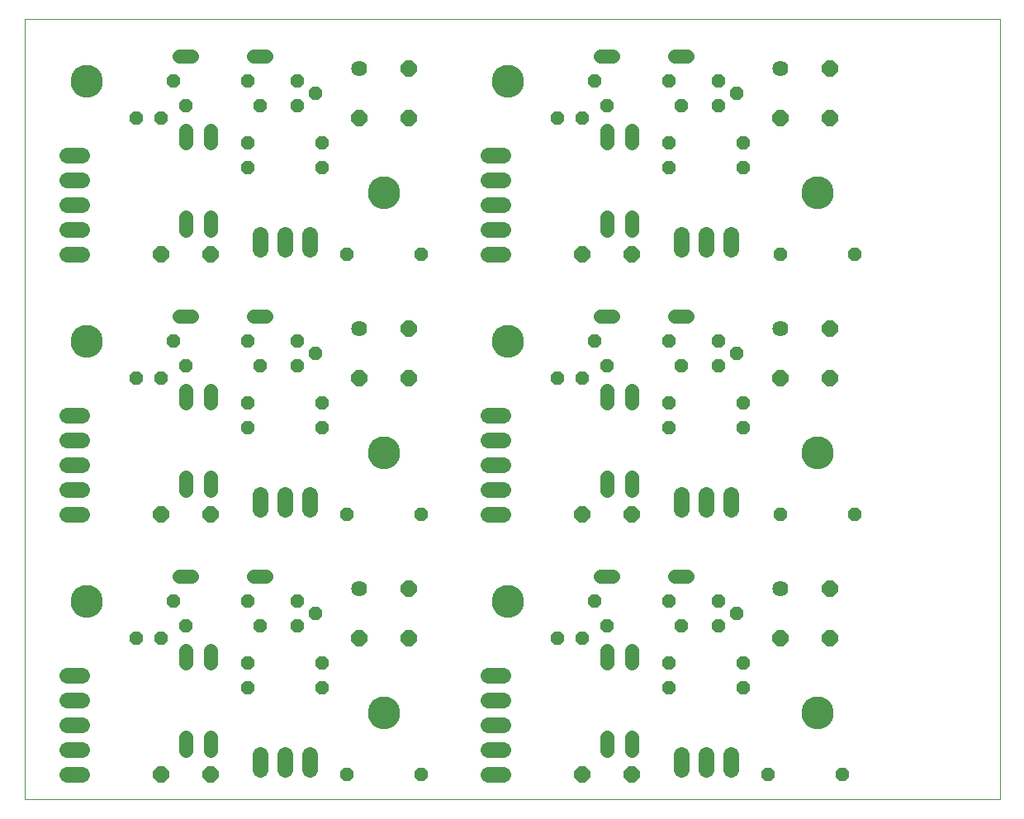
<source format=gts>
G75*
%MOIN*%
%OFA0B0*%
%FSLAX25Y25*%
%IPPOS*%
%LPD*%
%AMOC8*
5,1,8,0,0,1.08239X$1,22.5*
%
%ADD10C,0.00000*%
%ADD11OC8,0.05600*%
%ADD12OC8,0.06400*%
%ADD13C,0.05600*%
%ADD14C,0.06400*%
%ADD15C,0.06400*%
%ADD16C,0.12998*%
D10*
X0002600Y0002600D02*
X0002600Y0317561D01*
X0396301Y0317561D01*
X0396301Y0002600D01*
X0002600Y0002600D01*
X0021301Y0082600D02*
X0021303Y0082758D01*
X0021309Y0082916D01*
X0021319Y0083074D01*
X0021333Y0083232D01*
X0021351Y0083389D01*
X0021372Y0083546D01*
X0021398Y0083702D01*
X0021428Y0083858D01*
X0021461Y0084013D01*
X0021499Y0084166D01*
X0021540Y0084319D01*
X0021585Y0084471D01*
X0021634Y0084622D01*
X0021687Y0084771D01*
X0021743Y0084919D01*
X0021803Y0085065D01*
X0021867Y0085210D01*
X0021935Y0085353D01*
X0022006Y0085495D01*
X0022080Y0085635D01*
X0022158Y0085772D01*
X0022240Y0085908D01*
X0022324Y0086042D01*
X0022413Y0086173D01*
X0022504Y0086302D01*
X0022599Y0086429D01*
X0022696Y0086554D01*
X0022797Y0086676D01*
X0022901Y0086795D01*
X0023008Y0086912D01*
X0023118Y0087026D01*
X0023231Y0087137D01*
X0023346Y0087246D01*
X0023464Y0087351D01*
X0023585Y0087453D01*
X0023708Y0087553D01*
X0023834Y0087649D01*
X0023962Y0087742D01*
X0024092Y0087832D01*
X0024225Y0087918D01*
X0024360Y0088002D01*
X0024496Y0088081D01*
X0024635Y0088158D01*
X0024776Y0088230D01*
X0024918Y0088300D01*
X0025062Y0088365D01*
X0025208Y0088427D01*
X0025355Y0088485D01*
X0025504Y0088540D01*
X0025654Y0088591D01*
X0025805Y0088638D01*
X0025957Y0088681D01*
X0026110Y0088720D01*
X0026265Y0088756D01*
X0026420Y0088787D01*
X0026576Y0088815D01*
X0026732Y0088839D01*
X0026889Y0088859D01*
X0027047Y0088875D01*
X0027204Y0088887D01*
X0027363Y0088895D01*
X0027521Y0088899D01*
X0027679Y0088899D01*
X0027837Y0088895D01*
X0027996Y0088887D01*
X0028153Y0088875D01*
X0028311Y0088859D01*
X0028468Y0088839D01*
X0028624Y0088815D01*
X0028780Y0088787D01*
X0028935Y0088756D01*
X0029090Y0088720D01*
X0029243Y0088681D01*
X0029395Y0088638D01*
X0029546Y0088591D01*
X0029696Y0088540D01*
X0029845Y0088485D01*
X0029992Y0088427D01*
X0030138Y0088365D01*
X0030282Y0088300D01*
X0030424Y0088230D01*
X0030565Y0088158D01*
X0030704Y0088081D01*
X0030840Y0088002D01*
X0030975Y0087918D01*
X0031108Y0087832D01*
X0031238Y0087742D01*
X0031366Y0087649D01*
X0031492Y0087553D01*
X0031615Y0087453D01*
X0031736Y0087351D01*
X0031854Y0087246D01*
X0031969Y0087137D01*
X0032082Y0087026D01*
X0032192Y0086912D01*
X0032299Y0086795D01*
X0032403Y0086676D01*
X0032504Y0086554D01*
X0032601Y0086429D01*
X0032696Y0086302D01*
X0032787Y0086173D01*
X0032876Y0086042D01*
X0032960Y0085908D01*
X0033042Y0085772D01*
X0033120Y0085635D01*
X0033194Y0085495D01*
X0033265Y0085353D01*
X0033333Y0085210D01*
X0033397Y0085065D01*
X0033457Y0084919D01*
X0033513Y0084771D01*
X0033566Y0084622D01*
X0033615Y0084471D01*
X0033660Y0084319D01*
X0033701Y0084166D01*
X0033739Y0084013D01*
X0033772Y0083858D01*
X0033802Y0083702D01*
X0033828Y0083546D01*
X0033849Y0083389D01*
X0033867Y0083232D01*
X0033881Y0083074D01*
X0033891Y0082916D01*
X0033897Y0082758D01*
X0033899Y0082600D01*
X0033897Y0082442D01*
X0033891Y0082284D01*
X0033881Y0082126D01*
X0033867Y0081968D01*
X0033849Y0081811D01*
X0033828Y0081654D01*
X0033802Y0081498D01*
X0033772Y0081342D01*
X0033739Y0081187D01*
X0033701Y0081034D01*
X0033660Y0080881D01*
X0033615Y0080729D01*
X0033566Y0080578D01*
X0033513Y0080429D01*
X0033457Y0080281D01*
X0033397Y0080135D01*
X0033333Y0079990D01*
X0033265Y0079847D01*
X0033194Y0079705D01*
X0033120Y0079565D01*
X0033042Y0079428D01*
X0032960Y0079292D01*
X0032876Y0079158D01*
X0032787Y0079027D01*
X0032696Y0078898D01*
X0032601Y0078771D01*
X0032504Y0078646D01*
X0032403Y0078524D01*
X0032299Y0078405D01*
X0032192Y0078288D01*
X0032082Y0078174D01*
X0031969Y0078063D01*
X0031854Y0077954D01*
X0031736Y0077849D01*
X0031615Y0077747D01*
X0031492Y0077647D01*
X0031366Y0077551D01*
X0031238Y0077458D01*
X0031108Y0077368D01*
X0030975Y0077282D01*
X0030840Y0077198D01*
X0030704Y0077119D01*
X0030565Y0077042D01*
X0030424Y0076970D01*
X0030282Y0076900D01*
X0030138Y0076835D01*
X0029992Y0076773D01*
X0029845Y0076715D01*
X0029696Y0076660D01*
X0029546Y0076609D01*
X0029395Y0076562D01*
X0029243Y0076519D01*
X0029090Y0076480D01*
X0028935Y0076444D01*
X0028780Y0076413D01*
X0028624Y0076385D01*
X0028468Y0076361D01*
X0028311Y0076341D01*
X0028153Y0076325D01*
X0027996Y0076313D01*
X0027837Y0076305D01*
X0027679Y0076301D01*
X0027521Y0076301D01*
X0027363Y0076305D01*
X0027204Y0076313D01*
X0027047Y0076325D01*
X0026889Y0076341D01*
X0026732Y0076361D01*
X0026576Y0076385D01*
X0026420Y0076413D01*
X0026265Y0076444D01*
X0026110Y0076480D01*
X0025957Y0076519D01*
X0025805Y0076562D01*
X0025654Y0076609D01*
X0025504Y0076660D01*
X0025355Y0076715D01*
X0025208Y0076773D01*
X0025062Y0076835D01*
X0024918Y0076900D01*
X0024776Y0076970D01*
X0024635Y0077042D01*
X0024496Y0077119D01*
X0024360Y0077198D01*
X0024225Y0077282D01*
X0024092Y0077368D01*
X0023962Y0077458D01*
X0023834Y0077551D01*
X0023708Y0077647D01*
X0023585Y0077747D01*
X0023464Y0077849D01*
X0023346Y0077954D01*
X0023231Y0078063D01*
X0023118Y0078174D01*
X0023008Y0078288D01*
X0022901Y0078405D01*
X0022797Y0078524D01*
X0022696Y0078646D01*
X0022599Y0078771D01*
X0022504Y0078898D01*
X0022413Y0079027D01*
X0022324Y0079158D01*
X0022240Y0079292D01*
X0022158Y0079428D01*
X0022080Y0079565D01*
X0022006Y0079705D01*
X0021935Y0079847D01*
X0021867Y0079990D01*
X0021803Y0080135D01*
X0021743Y0080281D01*
X0021687Y0080429D01*
X0021634Y0080578D01*
X0021585Y0080729D01*
X0021540Y0080881D01*
X0021499Y0081034D01*
X0021461Y0081187D01*
X0021428Y0081342D01*
X0021398Y0081498D01*
X0021372Y0081654D01*
X0021351Y0081811D01*
X0021333Y0081968D01*
X0021319Y0082126D01*
X0021309Y0082284D01*
X0021303Y0082442D01*
X0021301Y0082600D01*
X0141301Y0037600D02*
X0141303Y0037758D01*
X0141309Y0037916D01*
X0141319Y0038074D01*
X0141333Y0038232D01*
X0141351Y0038389D01*
X0141372Y0038546D01*
X0141398Y0038702D01*
X0141428Y0038858D01*
X0141461Y0039013D01*
X0141499Y0039166D01*
X0141540Y0039319D01*
X0141585Y0039471D01*
X0141634Y0039622D01*
X0141687Y0039771D01*
X0141743Y0039919D01*
X0141803Y0040065D01*
X0141867Y0040210D01*
X0141935Y0040353D01*
X0142006Y0040495D01*
X0142080Y0040635D01*
X0142158Y0040772D01*
X0142240Y0040908D01*
X0142324Y0041042D01*
X0142413Y0041173D01*
X0142504Y0041302D01*
X0142599Y0041429D01*
X0142696Y0041554D01*
X0142797Y0041676D01*
X0142901Y0041795D01*
X0143008Y0041912D01*
X0143118Y0042026D01*
X0143231Y0042137D01*
X0143346Y0042246D01*
X0143464Y0042351D01*
X0143585Y0042453D01*
X0143708Y0042553D01*
X0143834Y0042649D01*
X0143962Y0042742D01*
X0144092Y0042832D01*
X0144225Y0042918D01*
X0144360Y0043002D01*
X0144496Y0043081D01*
X0144635Y0043158D01*
X0144776Y0043230D01*
X0144918Y0043300D01*
X0145062Y0043365D01*
X0145208Y0043427D01*
X0145355Y0043485D01*
X0145504Y0043540D01*
X0145654Y0043591D01*
X0145805Y0043638D01*
X0145957Y0043681D01*
X0146110Y0043720D01*
X0146265Y0043756D01*
X0146420Y0043787D01*
X0146576Y0043815D01*
X0146732Y0043839D01*
X0146889Y0043859D01*
X0147047Y0043875D01*
X0147204Y0043887D01*
X0147363Y0043895D01*
X0147521Y0043899D01*
X0147679Y0043899D01*
X0147837Y0043895D01*
X0147996Y0043887D01*
X0148153Y0043875D01*
X0148311Y0043859D01*
X0148468Y0043839D01*
X0148624Y0043815D01*
X0148780Y0043787D01*
X0148935Y0043756D01*
X0149090Y0043720D01*
X0149243Y0043681D01*
X0149395Y0043638D01*
X0149546Y0043591D01*
X0149696Y0043540D01*
X0149845Y0043485D01*
X0149992Y0043427D01*
X0150138Y0043365D01*
X0150282Y0043300D01*
X0150424Y0043230D01*
X0150565Y0043158D01*
X0150704Y0043081D01*
X0150840Y0043002D01*
X0150975Y0042918D01*
X0151108Y0042832D01*
X0151238Y0042742D01*
X0151366Y0042649D01*
X0151492Y0042553D01*
X0151615Y0042453D01*
X0151736Y0042351D01*
X0151854Y0042246D01*
X0151969Y0042137D01*
X0152082Y0042026D01*
X0152192Y0041912D01*
X0152299Y0041795D01*
X0152403Y0041676D01*
X0152504Y0041554D01*
X0152601Y0041429D01*
X0152696Y0041302D01*
X0152787Y0041173D01*
X0152876Y0041042D01*
X0152960Y0040908D01*
X0153042Y0040772D01*
X0153120Y0040635D01*
X0153194Y0040495D01*
X0153265Y0040353D01*
X0153333Y0040210D01*
X0153397Y0040065D01*
X0153457Y0039919D01*
X0153513Y0039771D01*
X0153566Y0039622D01*
X0153615Y0039471D01*
X0153660Y0039319D01*
X0153701Y0039166D01*
X0153739Y0039013D01*
X0153772Y0038858D01*
X0153802Y0038702D01*
X0153828Y0038546D01*
X0153849Y0038389D01*
X0153867Y0038232D01*
X0153881Y0038074D01*
X0153891Y0037916D01*
X0153897Y0037758D01*
X0153899Y0037600D01*
X0153897Y0037442D01*
X0153891Y0037284D01*
X0153881Y0037126D01*
X0153867Y0036968D01*
X0153849Y0036811D01*
X0153828Y0036654D01*
X0153802Y0036498D01*
X0153772Y0036342D01*
X0153739Y0036187D01*
X0153701Y0036034D01*
X0153660Y0035881D01*
X0153615Y0035729D01*
X0153566Y0035578D01*
X0153513Y0035429D01*
X0153457Y0035281D01*
X0153397Y0035135D01*
X0153333Y0034990D01*
X0153265Y0034847D01*
X0153194Y0034705D01*
X0153120Y0034565D01*
X0153042Y0034428D01*
X0152960Y0034292D01*
X0152876Y0034158D01*
X0152787Y0034027D01*
X0152696Y0033898D01*
X0152601Y0033771D01*
X0152504Y0033646D01*
X0152403Y0033524D01*
X0152299Y0033405D01*
X0152192Y0033288D01*
X0152082Y0033174D01*
X0151969Y0033063D01*
X0151854Y0032954D01*
X0151736Y0032849D01*
X0151615Y0032747D01*
X0151492Y0032647D01*
X0151366Y0032551D01*
X0151238Y0032458D01*
X0151108Y0032368D01*
X0150975Y0032282D01*
X0150840Y0032198D01*
X0150704Y0032119D01*
X0150565Y0032042D01*
X0150424Y0031970D01*
X0150282Y0031900D01*
X0150138Y0031835D01*
X0149992Y0031773D01*
X0149845Y0031715D01*
X0149696Y0031660D01*
X0149546Y0031609D01*
X0149395Y0031562D01*
X0149243Y0031519D01*
X0149090Y0031480D01*
X0148935Y0031444D01*
X0148780Y0031413D01*
X0148624Y0031385D01*
X0148468Y0031361D01*
X0148311Y0031341D01*
X0148153Y0031325D01*
X0147996Y0031313D01*
X0147837Y0031305D01*
X0147679Y0031301D01*
X0147521Y0031301D01*
X0147363Y0031305D01*
X0147204Y0031313D01*
X0147047Y0031325D01*
X0146889Y0031341D01*
X0146732Y0031361D01*
X0146576Y0031385D01*
X0146420Y0031413D01*
X0146265Y0031444D01*
X0146110Y0031480D01*
X0145957Y0031519D01*
X0145805Y0031562D01*
X0145654Y0031609D01*
X0145504Y0031660D01*
X0145355Y0031715D01*
X0145208Y0031773D01*
X0145062Y0031835D01*
X0144918Y0031900D01*
X0144776Y0031970D01*
X0144635Y0032042D01*
X0144496Y0032119D01*
X0144360Y0032198D01*
X0144225Y0032282D01*
X0144092Y0032368D01*
X0143962Y0032458D01*
X0143834Y0032551D01*
X0143708Y0032647D01*
X0143585Y0032747D01*
X0143464Y0032849D01*
X0143346Y0032954D01*
X0143231Y0033063D01*
X0143118Y0033174D01*
X0143008Y0033288D01*
X0142901Y0033405D01*
X0142797Y0033524D01*
X0142696Y0033646D01*
X0142599Y0033771D01*
X0142504Y0033898D01*
X0142413Y0034027D01*
X0142324Y0034158D01*
X0142240Y0034292D01*
X0142158Y0034428D01*
X0142080Y0034565D01*
X0142006Y0034705D01*
X0141935Y0034847D01*
X0141867Y0034990D01*
X0141803Y0035135D01*
X0141743Y0035281D01*
X0141687Y0035429D01*
X0141634Y0035578D01*
X0141585Y0035729D01*
X0141540Y0035881D01*
X0141499Y0036034D01*
X0141461Y0036187D01*
X0141428Y0036342D01*
X0141398Y0036498D01*
X0141372Y0036654D01*
X0141351Y0036811D01*
X0141333Y0036968D01*
X0141319Y0037126D01*
X0141309Y0037284D01*
X0141303Y0037442D01*
X0141301Y0037600D01*
X0191301Y0082600D02*
X0191303Y0082758D01*
X0191309Y0082916D01*
X0191319Y0083074D01*
X0191333Y0083232D01*
X0191351Y0083389D01*
X0191372Y0083546D01*
X0191398Y0083702D01*
X0191428Y0083858D01*
X0191461Y0084013D01*
X0191499Y0084166D01*
X0191540Y0084319D01*
X0191585Y0084471D01*
X0191634Y0084622D01*
X0191687Y0084771D01*
X0191743Y0084919D01*
X0191803Y0085065D01*
X0191867Y0085210D01*
X0191935Y0085353D01*
X0192006Y0085495D01*
X0192080Y0085635D01*
X0192158Y0085772D01*
X0192240Y0085908D01*
X0192324Y0086042D01*
X0192413Y0086173D01*
X0192504Y0086302D01*
X0192599Y0086429D01*
X0192696Y0086554D01*
X0192797Y0086676D01*
X0192901Y0086795D01*
X0193008Y0086912D01*
X0193118Y0087026D01*
X0193231Y0087137D01*
X0193346Y0087246D01*
X0193464Y0087351D01*
X0193585Y0087453D01*
X0193708Y0087553D01*
X0193834Y0087649D01*
X0193962Y0087742D01*
X0194092Y0087832D01*
X0194225Y0087918D01*
X0194360Y0088002D01*
X0194496Y0088081D01*
X0194635Y0088158D01*
X0194776Y0088230D01*
X0194918Y0088300D01*
X0195062Y0088365D01*
X0195208Y0088427D01*
X0195355Y0088485D01*
X0195504Y0088540D01*
X0195654Y0088591D01*
X0195805Y0088638D01*
X0195957Y0088681D01*
X0196110Y0088720D01*
X0196265Y0088756D01*
X0196420Y0088787D01*
X0196576Y0088815D01*
X0196732Y0088839D01*
X0196889Y0088859D01*
X0197047Y0088875D01*
X0197204Y0088887D01*
X0197363Y0088895D01*
X0197521Y0088899D01*
X0197679Y0088899D01*
X0197837Y0088895D01*
X0197996Y0088887D01*
X0198153Y0088875D01*
X0198311Y0088859D01*
X0198468Y0088839D01*
X0198624Y0088815D01*
X0198780Y0088787D01*
X0198935Y0088756D01*
X0199090Y0088720D01*
X0199243Y0088681D01*
X0199395Y0088638D01*
X0199546Y0088591D01*
X0199696Y0088540D01*
X0199845Y0088485D01*
X0199992Y0088427D01*
X0200138Y0088365D01*
X0200282Y0088300D01*
X0200424Y0088230D01*
X0200565Y0088158D01*
X0200704Y0088081D01*
X0200840Y0088002D01*
X0200975Y0087918D01*
X0201108Y0087832D01*
X0201238Y0087742D01*
X0201366Y0087649D01*
X0201492Y0087553D01*
X0201615Y0087453D01*
X0201736Y0087351D01*
X0201854Y0087246D01*
X0201969Y0087137D01*
X0202082Y0087026D01*
X0202192Y0086912D01*
X0202299Y0086795D01*
X0202403Y0086676D01*
X0202504Y0086554D01*
X0202601Y0086429D01*
X0202696Y0086302D01*
X0202787Y0086173D01*
X0202876Y0086042D01*
X0202960Y0085908D01*
X0203042Y0085772D01*
X0203120Y0085635D01*
X0203194Y0085495D01*
X0203265Y0085353D01*
X0203333Y0085210D01*
X0203397Y0085065D01*
X0203457Y0084919D01*
X0203513Y0084771D01*
X0203566Y0084622D01*
X0203615Y0084471D01*
X0203660Y0084319D01*
X0203701Y0084166D01*
X0203739Y0084013D01*
X0203772Y0083858D01*
X0203802Y0083702D01*
X0203828Y0083546D01*
X0203849Y0083389D01*
X0203867Y0083232D01*
X0203881Y0083074D01*
X0203891Y0082916D01*
X0203897Y0082758D01*
X0203899Y0082600D01*
X0203897Y0082442D01*
X0203891Y0082284D01*
X0203881Y0082126D01*
X0203867Y0081968D01*
X0203849Y0081811D01*
X0203828Y0081654D01*
X0203802Y0081498D01*
X0203772Y0081342D01*
X0203739Y0081187D01*
X0203701Y0081034D01*
X0203660Y0080881D01*
X0203615Y0080729D01*
X0203566Y0080578D01*
X0203513Y0080429D01*
X0203457Y0080281D01*
X0203397Y0080135D01*
X0203333Y0079990D01*
X0203265Y0079847D01*
X0203194Y0079705D01*
X0203120Y0079565D01*
X0203042Y0079428D01*
X0202960Y0079292D01*
X0202876Y0079158D01*
X0202787Y0079027D01*
X0202696Y0078898D01*
X0202601Y0078771D01*
X0202504Y0078646D01*
X0202403Y0078524D01*
X0202299Y0078405D01*
X0202192Y0078288D01*
X0202082Y0078174D01*
X0201969Y0078063D01*
X0201854Y0077954D01*
X0201736Y0077849D01*
X0201615Y0077747D01*
X0201492Y0077647D01*
X0201366Y0077551D01*
X0201238Y0077458D01*
X0201108Y0077368D01*
X0200975Y0077282D01*
X0200840Y0077198D01*
X0200704Y0077119D01*
X0200565Y0077042D01*
X0200424Y0076970D01*
X0200282Y0076900D01*
X0200138Y0076835D01*
X0199992Y0076773D01*
X0199845Y0076715D01*
X0199696Y0076660D01*
X0199546Y0076609D01*
X0199395Y0076562D01*
X0199243Y0076519D01*
X0199090Y0076480D01*
X0198935Y0076444D01*
X0198780Y0076413D01*
X0198624Y0076385D01*
X0198468Y0076361D01*
X0198311Y0076341D01*
X0198153Y0076325D01*
X0197996Y0076313D01*
X0197837Y0076305D01*
X0197679Y0076301D01*
X0197521Y0076301D01*
X0197363Y0076305D01*
X0197204Y0076313D01*
X0197047Y0076325D01*
X0196889Y0076341D01*
X0196732Y0076361D01*
X0196576Y0076385D01*
X0196420Y0076413D01*
X0196265Y0076444D01*
X0196110Y0076480D01*
X0195957Y0076519D01*
X0195805Y0076562D01*
X0195654Y0076609D01*
X0195504Y0076660D01*
X0195355Y0076715D01*
X0195208Y0076773D01*
X0195062Y0076835D01*
X0194918Y0076900D01*
X0194776Y0076970D01*
X0194635Y0077042D01*
X0194496Y0077119D01*
X0194360Y0077198D01*
X0194225Y0077282D01*
X0194092Y0077368D01*
X0193962Y0077458D01*
X0193834Y0077551D01*
X0193708Y0077647D01*
X0193585Y0077747D01*
X0193464Y0077849D01*
X0193346Y0077954D01*
X0193231Y0078063D01*
X0193118Y0078174D01*
X0193008Y0078288D01*
X0192901Y0078405D01*
X0192797Y0078524D01*
X0192696Y0078646D01*
X0192599Y0078771D01*
X0192504Y0078898D01*
X0192413Y0079027D01*
X0192324Y0079158D01*
X0192240Y0079292D01*
X0192158Y0079428D01*
X0192080Y0079565D01*
X0192006Y0079705D01*
X0191935Y0079847D01*
X0191867Y0079990D01*
X0191803Y0080135D01*
X0191743Y0080281D01*
X0191687Y0080429D01*
X0191634Y0080578D01*
X0191585Y0080729D01*
X0191540Y0080881D01*
X0191499Y0081034D01*
X0191461Y0081187D01*
X0191428Y0081342D01*
X0191398Y0081498D01*
X0191372Y0081654D01*
X0191351Y0081811D01*
X0191333Y0081968D01*
X0191319Y0082126D01*
X0191309Y0082284D01*
X0191303Y0082442D01*
X0191301Y0082600D01*
X0141301Y0142600D02*
X0141303Y0142758D01*
X0141309Y0142916D01*
X0141319Y0143074D01*
X0141333Y0143232D01*
X0141351Y0143389D01*
X0141372Y0143546D01*
X0141398Y0143702D01*
X0141428Y0143858D01*
X0141461Y0144013D01*
X0141499Y0144166D01*
X0141540Y0144319D01*
X0141585Y0144471D01*
X0141634Y0144622D01*
X0141687Y0144771D01*
X0141743Y0144919D01*
X0141803Y0145065D01*
X0141867Y0145210D01*
X0141935Y0145353D01*
X0142006Y0145495D01*
X0142080Y0145635D01*
X0142158Y0145772D01*
X0142240Y0145908D01*
X0142324Y0146042D01*
X0142413Y0146173D01*
X0142504Y0146302D01*
X0142599Y0146429D01*
X0142696Y0146554D01*
X0142797Y0146676D01*
X0142901Y0146795D01*
X0143008Y0146912D01*
X0143118Y0147026D01*
X0143231Y0147137D01*
X0143346Y0147246D01*
X0143464Y0147351D01*
X0143585Y0147453D01*
X0143708Y0147553D01*
X0143834Y0147649D01*
X0143962Y0147742D01*
X0144092Y0147832D01*
X0144225Y0147918D01*
X0144360Y0148002D01*
X0144496Y0148081D01*
X0144635Y0148158D01*
X0144776Y0148230D01*
X0144918Y0148300D01*
X0145062Y0148365D01*
X0145208Y0148427D01*
X0145355Y0148485D01*
X0145504Y0148540D01*
X0145654Y0148591D01*
X0145805Y0148638D01*
X0145957Y0148681D01*
X0146110Y0148720D01*
X0146265Y0148756D01*
X0146420Y0148787D01*
X0146576Y0148815D01*
X0146732Y0148839D01*
X0146889Y0148859D01*
X0147047Y0148875D01*
X0147204Y0148887D01*
X0147363Y0148895D01*
X0147521Y0148899D01*
X0147679Y0148899D01*
X0147837Y0148895D01*
X0147996Y0148887D01*
X0148153Y0148875D01*
X0148311Y0148859D01*
X0148468Y0148839D01*
X0148624Y0148815D01*
X0148780Y0148787D01*
X0148935Y0148756D01*
X0149090Y0148720D01*
X0149243Y0148681D01*
X0149395Y0148638D01*
X0149546Y0148591D01*
X0149696Y0148540D01*
X0149845Y0148485D01*
X0149992Y0148427D01*
X0150138Y0148365D01*
X0150282Y0148300D01*
X0150424Y0148230D01*
X0150565Y0148158D01*
X0150704Y0148081D01*
X0150840Y0148002D01*
X0150975Y0147918D01*
X0151108Y0147832D01*
X0151238Y0147742D01*
X0151366Y0147649D01*
X0151492Y0147553D01*
X0151615Y0147453D01*
X0151736Y0147351D01*
X0151854Y0147246D01*
X0151969Y0147137D01*
X0152082Y0147026D01*
X0152192Y0146912D01*
X0152299Y0146795D01*
X0152403Y0146676D01*
X0152504Y0146554D01*
X0152601Y0146429D01*
X0152696Y0146302D01*
X0152787Y0146173D01*
X0152876Y0146042D01*
X0152960Y0145908D01*
X0153042Y0145772D01*
X0153120Y0145635D01*
X0153194Y0145495D01*
X0153265Y0145353D01*
X0153333Y0145210D01*
X0153397Y0145065D01*
X0153457Y0144919D01*
X0153513Y0144771D01*
X0153566Y0144622D01*
X0153615Y0144471D01*
X0153660Y0144319D01*
X0153701Y0144166D01*
X0153739Y0144013D01*
X0153772Y0143858D01*
X0153802Y0143702D01*
X0153828Y0143546D01*
X0153849Y0143389D01*
X0153867Y0143232D01*
X0153881Y0143074D01*
X0153891Y0142916D01*
X0153897Y0142758D01*
X0153899Y0142600D01*
X0153897Y0142442D01*
X0153891Y0142284D01*
X0153881Y0142126D01*
X0153867Y0141968D01*
X0153849Y0141811D01*
X0153828Y0141654D01*
X0153802Y0141498D01*
X0153772Y0141342D01*
X0153739Y0141187D01*
X0153701Y0141034D01*
X0153660Y0140881D01*
X0153615Y0140729D01*
X0153566Y0140578D01*
X0153513Y0140429D01*
X0153457Y0140281D01*
X0153397Y0140135D01*
X0153333Y0139990D01*
X0153265Y0139847D01*
X0153194Y0139705D01*
X0153120Y0139565D01*
X0153042Y0139428D01*
X0152960Y0139292D01*
X0152876Y0139158D01*
X0152787Y0139027D01*
X0152696Y0138898D01*
X0152601Y0138771D01*
X0152504Y0138646D01*
X0152403Y0138524D01*
X0152299Y0138405D01*
X0152192Y0138288D01*
X0152082Y0138174D01*
X0151969Y0138063D01*
X0151854Y0137954D01*
X0151736Y0137849D01*
X0151615Y0137747D01*
X0151492Y0137647D01*
X0151366Y0137551D01*
X0151238Y0137458D01*
X0151108Y0137368D01*
X0150975Y0137282D01*
X0150840Y0137198D01*
X0150704Y0137119D01*
X0150565Y0137042D01*
X0150424Y0136970D01*
X0150282Y0136900D01*
X0150138Y0136835D01*
X0149992Y0136773D01*
X0149845Y0136715D01*
X0149696Y0136660D01*
X0149546Y0136609D01*
X0149395Y0136562D01*
X0149243Y0136519D01*
X0149090Y0136480D01*
X0148935Y0136444D01*
X0148780Y0136413D01*
X0148624Y0136385D01*
X0148468Y0136361D01*
X0148311Y0136341D01*
X0148153Y0136325D01*
X0147996Y0136313D01*
X0147837Y0136305D01*
X0147679Y0136301D01*
X0147521Y0136301D01*
X0147363Y0136305D01*
X0147204Y0136313D01*
X0147047Y0136325D01*
X0146889Y0136341D01*
X0146732Y0136361D01*
X0146576Y0136385D01*
X0146420Y0136413D01*
X0146265Y0136444D01*
X0146110Y0136480D01*
X0145957Y0136519D01*
X0145805Y0136562D01*
X0145654Y0136609D01*
X0145504Y0136660D01*
X0145355Y0136715D01*
X0145208Y0136773D01*
X0145062Y0136835D01*
X0144918Y0136900D01*
X0144776Y0136970D01*
X0144635Y0137042D01*
X0144496Y0137119D01*
X0144360Y0137198D01*
X0144225Y0137282D01*
X0144092Y0137368D01*
X0143962Y0137458D01*
X0143834Y0137551D01*
X0143708Y0137647D01*
X0143585Y0137747D01*
X0143464Y0137849D01*
X0143346Y0137954D01*
X0143231Y0138063D01*
X0143118Y0138174D01*
X0143008Y0138288D01*
X0142901Y0138405D01*
X0142797Y0138524D01*
X0142696Y0138646D01*
X0142599Y0138771D01*
X0142504Y0138898D01*
X0142413Y0139027D01*
X0142324Y0139158D01*
X0142240Y0139292D01*
X0142158Y0139428D01*
X0142080Y0139565D01*
X0142006Y0139705D01*
X0141935Y0139847D01*
X0141867Y0139990D01*
X0141803Y0140135D01*
X0141743Y0140281D01*
X0141687Y0140429D01*
X0141634Y0140578D01*
X0141585Y0140729D01*
X0141540Y0140881D01*
X0141499Y0141034D01*
X0141461Y0141187D01*
X0141428Y0141342D01*
X0141398Y0141498D01*
X0141372Y0141654D01*
X0141351Y0141811D01*
X0141333Y0141968D01*
X0141319Y0142126D01*
X0141309Y0142284D01*
X0141303Y0142442D01*
X0141301Y0142600D01*
X0191301Y0187600D02*
X0191303Y0187758D01*
X0191309Y0187916D01*
X0191319Y0188074D01*
X0191333Y0188232D01*
X0191351Y0188389D01*
X0191372Y0188546D01*
X0191398Y0188702D01*
X0191428Y0188858D01*
X0191461Y0189013D01*
X0191499Y0189166D01*
X0191540Y0189319D01*
X0191585Y0189471D01*
X0191634Y0189622D01*
X0191687Y0189771D01*
X0191743Y0189919D01*
X0191803Y0190065D01*
X0191867Y0190210D01*
X0191935Y0190353D01*
X0192006Y0190495D01*
X0192080Y0190635D01*
X0192158Y0190772D01*
X0192240Y0190908D01*
X0192324Y0191042D01*
X0192413Y0191173D01*
X0192504Y0191302D01*
X0192599Y0191429D01*
X0192696Y0191554D01*
X0192797Y0191676D01*
X0192901Y0191795D01*
X0193008Y0191912D01*
X0193118Y0192026D01*
X0193231Y0192137D01*
X0193346Y0192246D01*
X0193464Y0192351D01*
X0193585Y0192453D01*
X0193708Y0192553D01*
X0193834Y0192649D01*
X0193962Y0192742D01*
X0194092Y0192832D01*
X0194225Y0192918D01*
X0194360Y0193002D01*
X0194496Y0193081D01*
X0194635Y0193158D01*
X0194776Y0193230D01*
X0194918Y0193300D01*
X0195062Y0193365D01*
X0195208Y0193427D01*
X0195355Y0193485D01*
X0195504Y0193540D01*
X0195654Y0193591D01*
X0195805Y0193638D01*
X0195957Y0193681D01*
X0196110Y0193720D01*
X0196265Y0193756D01*
X0196420Y0193787D01*
X0196576Y0193815D01*
X0196732Y0193839D01*
X0196889Y0193859D01*
X0197047Y0193875D01*
X0197204Y0193887D01*
X0197363Y0193895D01*
X0197521Y0193899D01*
X0197679Y0193899D01*
X0197837Y0193895D01*
X0197996Y0193887D01*
X0198153Y0193875D01*
X0198311Y0193859D01*
X0198468Y0193839D01*
X0198624Y0193815D01*
X0198780Y0193787D01*
X0198935Y0193756D01*
X0199090Y0193720D01*
X0199243Y0193681D01*
X0199395Y0193638D01*
X0199546Y0193591D01*
X0199696Y0193540D01*
X0199845Y0193485D01*
X0199992Y0193427D01*
X0200138Y0193365D01*
X0200282Y0193300D01*
X0200424Y0193230D01*
X0200565Y0193158D01*
X0200704Y0193081D01*
X0200840Y0193002D01*
X0200975Y0192918D01*
X0201108Y0192832D01*
X0201238Y0192742D01*
X0201366Y0192649D01*
X0201492Y0192553D01*
X0201615Y0192453D01*
X0201736Y0192351D01*
X0201854Y0192246D01*
X0201969Y0192137D01*
X0202082Y0192026D01*
X0202192Y0191912D01*
X0202299Y0191795D01*
X0202403Y0191676D01*
X0202504Y0191554D01*
X0202601Y0191429D01*
X0202696Y0191302D01*
X0202787Y0191173D01*
X0202876Y0191042D01*
X0202960Y0190908D01*
X0203042Y0190772D01*
X0203120Y0190635D01*
X0203194Y0190495D01*
X0203265Y0190353D01*
X0203333Y0190210D01*
X0203397Y0190065D01*
X0203457Y0189919D01*
X0203513Y0189771D01*
X0203566Y0189622D01*
X0203615Y0189471D01*
X0203660Y0189319D01*
X0203701Y0189166D01*
X0203739Y0189013D01*
X0203772Y0188858D01*
X0203802Y0188702D01*
X0203828Y0188546D01*
X0203849Y0188389D01*
X0203867Y0188232D01*
X0203881Y0188074D01*
X0203891Y0187916D01*
X0203897Y0187758D01*
X0203899Y0187600D01*
X0203897Y0187442D01*
X0203891Y0187284D01*
X0203881Y0187126D01*
X0203867Y0186968D01*
X0203849Y0186811D01*
X0203828Y0186654D01*
X0203802Y0186498D01*
X0203772Y0186342D01*
X0203739Y0186187D01*
X0203701Y0186034D01*
X0203660Y0185881D01*
X0203615Y0185729D01*
X0203566Y0185578D01*
X0203513Y0185429D01*
X0203457Y0185281D01*
X0203397Y0185135D01*
X0203333Y0184990D01*
X0203265Y0184847D01*
X0203194Y0184705D01*
X0203120Y0184565D01*
X0203042Y0184428D01*
X0202960Y0184292D01*
X0202876Y0184158D01*
X0202787Y0184027D01*
X0202696Y0183898D01*
X0202601Y0183771D01*
X0202504Y0183646D01*
X0202403Y0183524D01*
X0202299Y0183405D01*
X0202192Y0183288D01*
X0202082Y0183174D01*
X0201969Y0183063D01*
X0201854Y0182954D01*
X0201736Y0182849D01*
X0201615Y0182747D01*
X0201492Y0182647D01*
X0201366Y0182551D01*
X0201238Y0182458D01*
X0201108Y0182368D01*
X0200975Y0182282D01*
X0200840Y0182198D01*
X0200704Y0182119D01*
X0200565Y0182042D01*
X0200424Y0181970D01*
X0200282Y0181900D01*
X0200138Y0181835D01*
X0199992Y0181773D01*
X0199845Y0181715D01*
X0199696Y0181660D01*
X0199546Y0181609D01*
X0199395Y0181562D01*
X0199243Y0181519D01*
X0199090Y0181480D01*
X0198935Y0181444D01*
X0198780Y0181413D01*
X0198624Y0181385D01*
X0198468Y0181361D01*
X0198311Y0181341D01*
X0198153Y0181325D01*
X0197996Y0181313D01*
X0197837Y0181305D01*
X0197679Y0181301D01*
X0197521Y0181301D01*
X0197363Y0181305D01*
X0197204Y0181313D01*
X0197047Y0181325D01*
X0196889Y0181341D01*
X0196732Y0181361D01*
X0196576Y0181385D01*
X0196420Y0181413D01*
X0196265Y0181444D01*
X0196110Y0181480D01*
X0195957Y0181519D01*
X0195805Y0181562D01*
X0195654Y0181609D01*
X0195504Y0181660D01*
X0195355Y0181715D01*
X0195208Y0181773D01*
X0195062Y0181835D01*
X0194918Y0181900D01*
X0194776Y0181970D01*
X0194635Y0182042D01*
X0194496Y0182119D01*
X0194360Y0182198D01*
X0194225Y0182282D01*
X0194092Y0182368D01*
X0193962Y0182458D01*
X0193834Y0182551D01*
X0193708Y0182647D01*
X0193585Y0182747D01*
X0193464Y0182849D01*
X0193346Y0182954D01*
X0193231Y0183063D01*
X0193118Y0183174D01*
X0193008Y0183288D01*
X0192901Y0183405D01*
X0192797Y0183524D01*
X0192696Y0183646D01*
X0192599Y0183771D01*
X0192504Y0183898D01*
X0192413Y0184027D01*
X0192324Y0184158D01*
X0192240Y0184292D01*
X0192158Y0184428D01*
X0192080Y0184565D01*
X0192006Y0184705D01*
X0191935Y0184847D01*
X0191867Y0184990D01*
X0191803Y0185135D01*
X0191743Y0185281D01*
X0191687Y0185429D01*
X0191634Y0185578D01*
X0191585Y0185729D01*
X0191540Y0185881D01*
X0191499Y0186034D01*
X0191461Y0186187D01*
X0191428Y0186342D01*
X0191398Y0186498D01*
X0191372Y0186654D01*
X0191351Y0186811D01*
X0191333Y0186968D01*
X0191319Y0187126D01*
X0191309Y0187284D01*
X0191303Y0187442D01*
X0191301Y0187600D01*
X0141301Y0247600D02*
X0141303Y0247758D01*
X0141309Y0247916D01*
X0141319Y0248074D01*
X0141333Y0248232D01*
X0141351Y0248389D01*
X0141372Y0248546D01*
X0141398Y0248702D01*
X0141428Y0248858D01*
X0141461Y0249013D01*
X0141499Y0249166D01*
X0141540Y0249319D01*
X0141585Y0249471D01*
X0141634Y0249622D01*
X0141687Y0249771D01*
X0141743Y0249919D01*
X0141803Y0250065D01*
X0141867Y0250210D01*
X0141935Y0250353D01*
X0142006Y0250495D01*
X0142080Y0250635D01*
X0142158Y0250772D01*
X0142240Y0250908D01*
X0142324Y0251042D01*
X0142413Y0251173D01*
X0142504Y0251302D01*
X0142599Y0251429D01*
X0142696Y0251554D01*
X0142797Y0251676D01*
X0142901Y0251795D01*
X0143008Y0251912D01*
X0143118Y0252026D01*
X0143231Y0252137D01*
X0143346Y0252246D01*
X0143464Y0252351D01*
X0143585Y0252453D01*
X0143708Y0252553D01*
X0143834Y0252649D01*
X0143962Y0252742D01*
X0144092Y0252832D01*
X0144225Y0252918D01*
X0144360Y0253002D01*
X0144496Y0253081D01*
X0144635Y0253158D01*
X0144776Y0253230D01*
X0144918Y0253300D01*
X0145062Y0253365D01*
X0145208Y0253427D01*
X0145355Y0253485D01*
X0145504Y0253540D01*
X0145654Y0253591D01*
X0145805Y0253638D01*
X0145957Y0253681D01*
X0146110Y0253720D01*
X0146265Y0253756D01*
X0146420Y0253787D01*
X0146576Y0253815D01*
X0146732Y0253839D01*
X0146889Y0253859D01*
X0147047Y0253875D01*
X0147204Y0253887D01*
X0147363Y0253895D01*
X0147521Y0253899D01*
X0147679Y0253899D01*
X0147837Y0253895D01*
X0147996Y0253887D01*
X0148153Y0253875D01*
X0148311Y0253859D01*
X0148468Y0253839D01*
X0148624Y0253815D01*
X0148780Y0253787D01*
X0148935Y0253756D01*
X0149090Y0253720D01*
X0149243Y0253681D01*
X0149395Y0253638D01*
X0149546Y0253591D01*
X0149696Y0253540D01*
X0149845Y0253485D01*
X0149992Y0253427D01*
X0150138Y0253365D01*
X0150282Y0253300D01*
X0150424Y0253230D01*
X0150565Y0253158D01*
X0150704Y0253081D01*
X0150840Y0253002D01*
X0150975Y0252918D01*
X0151108Y0252832D01*
X0151238Y0252742D01*
X0151366Y0252649D01*
X0151492Y0252553D01*
X0151615Y0252453D01*
X0151736Y0252351D01*
X0151854Y0252246D01*
X0151969Y0252137D01*
X0152082Y0252026D01*
X0152192Y0251912D01*
X0152299Y0251795D01*
X0152403Y0251676D01*
X0152504Y0251554D01*
X0152601Y0251429D01*
X0152696Y0251302D01*
X0152787Y0251173D01*
X0152876Y0251042D01*
X0152960Y0250908D01*
X0153042Y0250772D01*
X0153120Y0250635D01*
X0153194Y0250495D01*
X0153265Y0250353D01*
X0153333Y0250210D01*
X0153397Y0250065D01*
X0153457Y0249919D01*
X0153513Y0249771D01*
X0153566Y0249622D01*
X0153615Y0249471D01*
X0153660Y0249319D01*
X0153701Y0249166D01*
X0153739Y0249013D01*
X0153772Y0248858D01*
X0153802Y0248702D01*
X0153828Y0248546D01*
X0153849Y0248389D01*
X0153867Y0248232D01*
X0153881Y0248074D01*
X0153891Y0247916D01*
X0153897Y0247758D01*
X0153899Y0247600D01*
X0153897Y0247442D01*
X0153891Y0247284D01*
X0153881Y0247126D01*
X0153867Y0246968D01*
X0153849Y0246811D01*
X0153828Y0246654D01*
X0153802Y0246498D01*
X0153772Y0246342D01*
X0153739Y0246187D01*
X0153701Y0246034D01*
X0153660Y0245881D01*
X0153615Y0245729D01*
X0153566Y0245578D01*
X0153513Y0245429D01*
X0153457Y0245281D01*
X0153397Y0245135D01*
X0153333Y0244990D01*
X0153265Y0244847D01*
X0153194Y0244705D01*
X0153120Y0244565D01*
X0153042Y0244428D01*
X0152960Y0244292D01*
X0152876Y0244158D01*
X0152787Y0244027D01*
X0152696Y0243898D01*
X0152601Y0243771D01*
X0152504Y0243646D01*
X0152403Y0243524D01*
X0152299Y0243405D01*
X0152192Y0243288D01*
X0152082Y0243174D01*
X0151969Y0243063D01*
X0151854Y0242954D01*
X0151736Y0242849D01*
X0151615Y0242747D01*
X0151492Y0242647D01*
X0151366Y0242551D01*
X0151238Y0242458D01*
X0151108Y0242368D01*
X0150975Y0242282D01*
X0150840Y0242198D01*
X0150704Y0242119D01*
X0150565Y0242042D01*
X0150424Y0241970D01*
X0150282Y0241900D01*
X0150138Y0241835D01*
X0149992Y0241773D01*
X0149845Y0241715D01*
X0149696Y0241660D01*
X0149546Y0241609D01*
X0149395Y0241562D01*
X0149243Y0241519D01*
X0149090Y0241480D01*
X0148935Y0241444D01*
X0148780Y0241413D01*
X0148624Y0241385D01*
X0148468Y0241361D01*
X0148311Y0241341D01*
X0148153Y0241325D01*
X0147996Y0241313D01*
X0147837Y0241305D01*
X0147679Y0241301D01*
X0147521Y0241301D01*
X0147363Y0241305D01*
X0147204Y0241313D01*
X0147047Y0241325D01*
X0146889Y0241341D01*
X0146732Y0241361D01*
X0146576Y0241385D01*
X0146420Y0241413D01*
X0146265Y0241444D01*
X0146110Y0241480D01*
X0145957Y0241519D01*
X0145805Y0241562D01*
X0145654Y0241609D01*
X0145504Y0241660D01*
X0145355Y0241715D01*
X0145208Y0241773D01*
X0145062Y0241835D01*
X0144918Y0241900D01*
X0144776Y0241970D01*
X0144635Y0242042D01*
X0144496Y0242119D01*
X0144360Y0242198D01*
X0144225Y0242282D01*
X0144092Y0242368D01*
X0143962Y0242458D01*
X0143834Y0242551D01*
X0143708Y0242647D01*
X0143585Y0242747D01*
X0143464Y0242849D01*
X0143346Y0242954D01*
X0143231Y0243063D01*
X0143118Y0243174D01*
X0143008Y0243288D01*
X0142901Y0243405D01*
X0142797Y0243524D01*
X0142696Y0243646D01*
X0142599Y0243771D01*
X0142504Y0243898D01*
X0142413Y0244027D01*
X0142324Y0244158D01*
X0142240Y0244292D01*
X0142158Y0244428D01*
X0142080Y0244565D01*
X0142006Y0244705D01*
X0141935Y0244847D01*
X0141867Y0244990D01*
X0141803Y0245135D01*
X0141743Y0245281D01*
X0141687Y0245429D01*
X0141634Y0245578D01*
X0141585Y0245729D01*
X0141540Y0245881D01*
X0141499Y0246034D01*
X0141461Y0246187D01*
X0141428Y0246342D01*
X0141398Y0246498D01*
X0141372Y0246654D01*
X0141351Y0246811D01*
X0141333Y0246968D01*
X0141319Y0247126D01*
X0141309Y0247284D01*
X0141303Y0247442D01*
X0141301Y0247600D01*
X0191301Y0292600D02*
X0191303Y0292758D01*
X0191309Y0292916D01*
X0191319Y0293074D01*
X0191333Y0293232D01*
X0191351Y0293389D01*
X0191372Y0293546D01*
X0191398Y0293702D01*
X0191428Y0293858D01*
X0191461Y0294013D01*
X0191499Y0294166D01*
X0191540Y0294319D01*
X0191585Y0294471D01*
X0191634Y0294622D01*
X0191687Y0294771D01*
X0191743Y0294919D01*
X0191803Y0295065D01*
X0191867Y0295210D01*
X0191935Y0295353D01*
X0192006Y0295495D01*
X0192080Y0295635D01*
X0192158Y0295772D01*
X0192240Y0295908D01*
X0192324Y0296042D01*
X0192413Y0296173D01*
X0192504Y0296302D01*
X0192599Y0296429D01*
X0192696Y0296554D01*
X0192797Y0296676D01*
X0192901Y0296795D01*
X0193008Y0296912D01*
X0193118Y0297026D01*
X0193231Y0297137D01*
X0193346Y0297246D01*
X0193464Y0297351D01*
X0193585Y0297453D01*
X0193708Y0297553D01*
X0193834Y0297649D01*
X0193962Y0297742D01*
X0194092Y0297832D01*
X0194225Y0297918D01*
X0194360Y0298002D01*
X0194496Y0298081D01*
X0194635Y0298158D01*
X0194776Y0298230D01*
X0194918Y0298300D01*
X0195062Y0298365D01*
X0195208Y0298427D01*
X0195355Y0298485D01*
X0195504Y0298540D01*
X0195654Y0298591D01*
X0195805Y0298638D01*
X0195957Y0298681D01*
X0196110Y0298720D01*
X0196265Y0298756D01*
X0196420Y0298787D01*
X0196576Y0298815D01*
X0196732Y0298839D01*
X0196889Y0298859D01*
X0197047Y0298875D01*
X0197204Y0298887D01*
X0197363Y0298895D01*
X0197521Y0298899D01*
X0197679Y0298899D01*
X0197837Y0298895D01*
X0197996Y0298887D01*
X0198153Y0298875D01*
X0198311Y0298859D01*
X0198468Y0298839D01*
X0198624Y0298815D01*
X0198780Y0298787D01*
X0198935Y0298756D01*
X0199090Y0298720D01*
X0199243Y0298681D01*
X0199395Y0298638D01*
X0199546Y0298591D01*
X0199696Y0298540D01*
X0199845Y0298485D01*
X0199992Y0298427D01*
X0200138Y0298365D01*
X0200282Y0298300D01*
X0200424Y0298230D01*
X0200565Y0298158D01*
X0200704Y0298081D01*
X0200840Y0298002D01*
X0200975Y0297918D01*
X0201108Y0297832D01*
X0201238Y0297742D01*
X0201366Y0297649D01*
X0201492Y0297553D01*
X0201615Y0297453D01*
X0201736Y0297351D01*
X0201854Y0297246D01*
X0201969Y0297137D01*
X0202082Y0297026D01*
X0202192Y0296912D01*
X0202299Y0296795D01*
X0202403Y0296676D01*
X0202504Y0296554D01*
X0202601Y0296429D01*
X0202696Y0296302D01*
X0202787Y0296173D01*
X0202876Y0296042D01*
X0202960Y0295908D01*
X0203042Y0295772D01*
X0203120Y0295635D01*
X0203194Y0295495D01*
X0203265Y0295353D01*
X0203333Y0295210D01*
X0203397Y0295065D01*
X0203457Y0294919D01*
X0203513Y0294771D01*
X0203566Y0294622D01*
X0203615Y0294471D01*
X0203660Y0294319D01*
X0203701Y0294166D01*
X0203739Y0294013D01*
X0203772Y0293858D01*
X0203802Y0293702D01*
X0203828Y0293546D01*
X0203849Y0293389D01*
X0203867Y0293232D01*
X0203881Y0293074D01*
X0203891Y0292916D01*
X0203897Y0292758D01*
X0203899Y0292600D01*
X0203897Y0292442D01*
X0203891Y0292284D01*
X0203881Y0292126D01*
X0203867Y0291968D01*
X0203849Y0291811D01*
X0203828Y0291654D01*
X0203802Y0291498D01*
X0203772Y0291342D01*
X0203739Y0291187D01*
X0203701Y0291034D01*
X0203660Y0290881D01*
X0203615Y0290729D01*
X0203566Y0290578D01*
X0203513Y0290429D01*
X0203457Y0290281D01*
X0203397Y0290135D01*
X0203333Y0289990D01*
X0203265Y0289847D01*
X0203194Y0289705D01*
X0203120Y0289565D01*
X0203042Y0289428D01*
X0202960Y0289292D01*
X0202876Y0289158D01*
X0202787Y0289027D01*
X0202696Y0288898D01*
X0202601Y0288771D01*
X0202504Y0288646D01*
X0202403Y0288524D01*
X0202299Y0288405D01*
X0202192Y0288288D01*
X0202082Y0288174D01*
X0201969Y0288063D01*
X0201854Y0287954D01*
X0201736Y0287849D01*
X0201615Y0287747D01*
X0201492Y0287647D01*
X0201366Y0287551D01*
X0201238Y0287458D01*
X0201108Y0287368D01*
X0200975Y0287282D01*
X0200840Y0287198D01*
X0200704Y0287119D01*
X0200565Y0287042D01*
X0200424Y0286970D01*
X0200282Y0286900D01*
X0200138Y0286835D01*
X0199992Y0286773D01*
X0199845Y0286715D01*
X0199696Y0286660D01*
X0199546Y0286609D01*
X0199395Y0286562D01*
X0199243Y0286519D01*
X0199090Y0286480D01*
X0198935Y0286444D01*
X0198780Y0286413D01*
X0198624Y0286385D01*
X0198468Y0286361D01*
X0198311Y0286341D01*
X0198153Y0286325D01*
X0197996Y0286313D01*
X0197837Y0286305D01*
X0197679Y0286301D01*
X0197521Y0286301D01*
X0197363Y0286305D01*
X0197204Y0286313D01*
X0197047Y0286325D01*
X0196889Y0286341D01*
X0196732Y0286361D01*
X0196576Y0286385D01*
X0196420Y0286413D01*
X0196265Y0286444D01*
X0196110Y0286480D01*
X0195957Y0286519D01*
X0195805Y0286562D01*
X0195654Y0286609D01*
X0195504Y0286660D01*
X0195355Y0286715D01*
X0195208Y0286773D01*
X0195062Y0286835D01*
X0194918Y0286900D01*
X0194776Y0286970D01*
X0194635Y0287042D01*
X0194496Y0287119D01*
X0194360Y0287198D01*
X0194225Y0287282D01*
X0194092Y0287368D01*
X0193962Y0287458D01*
X0193834Y0287551D01*
X0193708Y0287647D01*
X0193585Y0287747D01*
X0193464Y0287849D01*
X0193346Y0287954D01*
X0193231Y0288063D01*
X0193118Y0288174D01*
X0193008Y0288288D01*
X0192901Y0288405D01*
X0192797Y0288524D01*
X0192696Y0288646D01*
X0192599Y0288771D01*
X0192504Y0288898D01*
X0192413Y0289027D01*
X0192324Y0289158D01*
X0192240Y0289292D01*
X0192158Y0289428D01*
X0192080Y0289565D01*
X0192006Y0289705D01*
X0191935Y0289847D01*
X0191867Y0289990D01*
X0191803Y0290135D01*
X0191743Y0290281D01*
X0191687Y0290429D01*
X0191634Y0290578D01*
X0191585Y0290729D01*
X0191540Y0290881D01*
X0191499Y0291034D01*
X0191461Y0291187D01*
X0191428Y0291342D01*
X0191398Y0291498D01*
X0191372Y0291654D01*
X0191351Y0291811D01*
X0191333Y0291968D01*
X0191319Y0292126D01*
X0191309Y0292284D01*
X0191303Y0292442D01*
X0191301Y0292600D01*
X0316301Y0247600D02*
X0316303Y0247758D01*
X0316309Y0247916D01*
X0316319Y0248074D01*
X0316333Y0248232D01*
X0316351Y0248389D01*
X0316372Y0248546D01*
X0316398Y0248702D01*
X0316428Y0248858D01*
X0316461Y0249013D01*
X0316499Y0249166D01*
X0316540Y0249319D01*
X0316585Y0249471D01*
X0316634Y0249622D01*
X0316687Y0249771D01*
X0316743Y0249919D01*
X0316803Y0250065D01*
X0316867Y0250210D01*
X0316935Y0250353D01*
X0317006Y0250495D01*
X0317080Y0250635D01*
X0317158Y0250772D01*
X0317240Y0250908D01*
X0317324Y0251042D01*
X0317413Y0251173D01*
X0317504Y0251302D01*
X0317599Y0251429D01*
X0317696Y0251554D01*
X0317797Y0251676D01*
X0317901Y0251795D01*
X0318008Y0251912D01*
X0318118Y0252026D01*
X0318231Y0252137D01*
X0318346Y0252246D01*
X0318464Y0252351D01*
X0318585Y0252453D01*
X0318708Y0252553D01*
X0318834Y0252649D01*
X0318962Y0252742D01*
X0319092Y0252832D01*
X0319225Y0252918D01*
X0319360Y0253002D01*
X0319496Y0253081D01*
X0319635Y0253158D01*
X0319776Y0253230D01*
X0319918Y0253300D01*
X0320062Y0253365D01*
X0320208Y0253427D01*
X0320355Y0253485D01*
X0320504Y0253540D01*
X0320654Y0253591D01*
X0320805Y0253638D01*
X0320957Y0253681D01*
X0321110Y0253720D01*
X0321265Y0253756D01*
X0321420Y0253787D01*
X0321576Y0253815D01*
X0321732Y0253839D01*
X0321889Y0253859D01*
X0322047Y0253875D01*
X0322204Y0253887D01*
X0322363Y0253895D01*
X0322521Y0253899D01*
X0322679Y0253899D01*
X0322837Y0253895D01*
X0322996Y0253887D01*
X0323153Y0253875D01*
X0323311Y0253859D01*
X0323468Y0253839D01*
X0323624Y0253815D01*
X0323780Y0253787D01*
X0323935Y0253756D01*
X0324090Y0253720D01*
X0324243Y0253681D01*
X0324395Y0253638D01*
X0324546Y0253591D01*
X0324696Y0253540D01*
X0324845Y0253485D01*
X0324992Y0253427D01*
X0325138Y0253365D01*
X0325282Y0253300D01*
X0325424Y0253230D01*
X0325565Y0253158D01*
X0325704Y0253081D01*
X0325840Y0253002D01*
X0325975Y0252918D01*
X0326108Y0252832D01*
X0326238Y0252742D01*
X0326366Y0252649D01*
X0326492Y0252553D01*
X0326615Y0252453D01*
X0326736Y0252351D01*
X0326854Y0252246D01*
X0326969Y0252137D01*
X0327082Y0252026D01*
X0327192Y0251912D01*
X0327299Y0251795D01*
X0327403Y0251676D01*
X0327504Y0251554D01*
X0327601Y0251429D01*
X0327696Y0251302D01*
X0327787Y0251173D01*
X0327876Y0251042D01*
X0327960Y0250908D01*
X0328042Y0250772D01*
X0328120Y0250635D01*
X0328194Y0250495D01*
X0328265Y0250353D01*
X0328333Y0250210D01*
X0328397Y0250065D01*
X0328457Y0249919D01*
X0328513Y0249771D01*
X0328566Y0249622D01*
X0328615Y0249471D01*
X0328660Y0249319D01*
X0328701Y0249166D01*
X0328739Y0249013D01*
X0328772Y0248858D01*
X0328802Y0248702D01*
X0328828Y0248546D01*
X0328849Y0248389D01*
X0328867Y0248232D01*
X0328881Y0248074D01*
X0328891Y0247916D01*
X0328897Y0247758D01*
X0328899Y0247600D01*
X0328897Y0247442D01*
X0328891Y0247284D01*
X0328881Y0247126D01*
X0328867Y0246968D01*
X0328849Y0246811D01*
X0328828Y0246654D01*
X0328802Y0246498D01*
X0328772Y0246342D01*
X0328739Y0246187D01*
X0328701Y0246034D01*
X0328660Y0245881D01*
X0328615Y0245729D01*
X0328566Y0245578D01*
X0328513Y0245429D01*
X0328457Y0245281D01*
X0328397Y0245135D01*
X0328333Y0244990D01*
X0328265Y0244847D01*
X0328194Y0244705D01*
X0328120Y0244565D01*
X0328042Y0244428D01*
X0327960Y0244292D01*
X0327876Y0244158D01*
X0327787Y0244027D01*
X0327696Y0243898D01*
X0327601Y0243771D01*
X0327504Y0243646D01*
X0327403Y0243524D01*
X0327299Y0243405D01*
X0327192Y0243288D01*
X0327082Y0243174D01*
X0326969Y0243063D01*
X0326854Y0242954D01*
X0326736Y0242849D01*
X0326615Y0242747D01*
X0326492Y0242647D01*
X0326366Y0242551D01*
X0326238Y0242458D01*
X0326108Y0242368D01*
X0325975Y0242282D01*
X0325840Y0242198D01*
X0325704Y0242119D01*
X0325565Y0242042D01*
X0325424Y0241970D01*
X0325282Y0241900D01*
X0325138Y0241835D01*
X0324992Y0241773D01*
X0324845Y0241715D01*
X0324696Y0241660D01*
X0324546Y0241609D01*
X0324395Y0241562D01*
X0324243Y0241519D01*
X0324090Y0241480D01*
X0323935Y0241444D01*
X0323780Y0241413D01*
X0323624Y0241385D01*
X0323468Y0241361D01*
X0323311Y0241341D01*
X0323153Y0241325D01*
X0322996Y0241313D01*
X0322837Y0241305D01*
X0322679Y0241301D01*
X0322521Y0241301D01*
X0322363Y0241305D01*
X0322204Y0241313D01*
X0322047Y0241325D01*
X0321889Y0241341D01*
X0321732Y0241361D01*
X0321576Y0241385D01*
X0321420Y0241413D01*
X0321265Y0241444D01*
X0321110Y0241480D01*
X0320957Y0241519D01*
X0320805Y0241562D01*
X0320654Y0241609D01*
X0320504Y0241660D01*
X0320355Y0241715D01*
X0320208Y0241773D01*
X0320062Y0241835D01*
X0319918Y0241900D01*
X0319776Y0241970D01*
X0319635Y0242042D01*
X0319496Y0242119D01*
X0319360Y0242198D01*
X0319225Y0242282D01*
X0319092Y0242368D01*
X0318962Y0242458D01*
X0318834Y0242551D01*
X0318708Y0242647D01*
X0318585Y0242747D01*
X0318464Y0242849D01*
X0318346Y0242954D01*
X0318231Y0243063D01*
X0318118Y0243174D01*
X0318008Y0243288D01*
X0317901Y0243405D01*
X0317797Y0243524D01*
X0317696Y0243646D01*
X0317599Y0243771D01*
X0317504Y0243898D01*
X0317413Y0244027D01*
X0317324Y0244158D01*
X0317240Y0244292D01*
X0317158Y0244428D01*
X0317080Y0244565D01*
X0317006Y0244705D01*
X0316935Y0244847D01*
X0316867Y0244990D01*
X0316803Y0245135D01*
X0316743Y0245281D01*
X0316687Y0245429D01*
X0316634Y0245578D01*
X0316585Y0245729D01*
X0316540Y0245881D01*
X0316499Y0246034D01*
X0316461Y0246187D01*
X0316428Y0246342D01*
X0316398Y0246498D01*
X0316372Y0246654D01*
X0316351Y0246811D01*
X0316333Y0246968D01*
X0316319Y0247126D01*
X0316309Y0247284D01*
X0316303Y0247442D01*
X0316301Y0247600D01*
X0316301Y0142600D02*
X0316303Y0142758D01*
X0316309Y0142916D01*
X0316319Y0143074D01*
X0316333Y0143232D01*
X0316351Y0143389D01*
X0316372Y0143546D01*
X0316398Y0143702D01*
X0316428Y0143858D01*
X0316461Y0144013D01*
X0316499Y0144166D01*
X0316540Y0144319D01*
X0316585Y0144471D01*
X0316634Y0144622D01*
X0316687Y0144771D01*
X0316743Y0144919D01*
X0316803Y0145065D01*
X0316867Y0145210D01*
X0316935Y0145353D01*
X0317006Y0145495D01*
X0317080Y0145635D01*
X0317158Y0145772D01*
X0317240Y0145908D01*
X0317324Y0146042D01*
X0317413Y0146173D01*
X0317504Y0146302D01*
X0317599Y0146429D01*
X0317696Y0146554D01*
X0317797Y0146676D01*
X0317901Y0146795D01*
X0318008Y0146912D01*
X0318118Y0147026D01*
X0318231Y0147137D01*
X0318346Y0147246D01*
X0318464Y0147351D01*
X0318585Y0147453D01*
X0318708Y0147553D01*
X0318834Y0147649D01*
X0318962Y0147742D01*
X0319092Y0147832D01*
X0319225Y0147918D01*
X0319360Y0148002D01*
X0319496Y0148081D01*
X0319635Y0148158D01*
X0319776Y0148230D01*
X0319918Y0148300D01*
X0320062Y0148365D01*
X0320208Y0148427D01*
X0320355Y0148485D01*
X0320504Y0148540D01*
X0320654Y0148591D01*
X0320805Y0148638D01*
X0320957Y0148681D01*
X0321110Y0148720D01*
X0321265Y0148756D01*
X0321420Y0148787D01*
X0321576Y0148815D01*
X0321732Y0148839D01*
X0321889Y0148859D01*
X0322047Y0148875D01*
X0322204Y0148887D01*
X0322363Y0148895D01*
X0322521Y0148899D01*
X0322679Y0148899D01*
X0322837Y0148895D01*
X0322996Y0148887D01*
X0323153Y0148875D01*
X0323311Y0148859D01*
X0323468Y0148839D01*
X0323624Y0148815D01*
X0323780Y0148787D01*
X0323935Y0148756D01*
X0324090Y0148720D01*
X0324243Y0148681D01*
X0324395Y0148638D01*
X0324546Y0148591D01*
X0324696Y0148540D01*
X0324845Y0148485D01*
X0324992Y0148427D01*
X0325138Y0148365D01*
X0325282Y0148300D01*
X0325424Y0148230D01*
X0325565Y0148158D01*
X0325704Y0148081D01*
X0325840Y0148002D01*
X0325975Y0147918D01*
X0326108Y0147832D01*
X0326238Y0147742D01*
X0326366Y0147649D01*
X0326492Y0147553D01*
X0326615Y0147453D01*
X0326736Y0147351D01*
X0326854Y0147246D01*
X0326969Y0147137D01*
X0327082Y0147026D01*
X0327192Y0146912D01*
X0327299Y0146795D01*
X0327403Y0146676D01*
X0327504Y0146554D01*
X0327601Y0146429D01*
X0327696Y0146302D01*
X0327787Y0146173D01*
X0327876Y0146042D01*
X0327960Y0145908D01*
X0328042Y0145772D01*
X0328120Y0145635D01*
X0328194Y0145495D01*
X0328265Y0145353D01*
X0328333Y0145210D01*
X0328397Y0145065D01*
X0328457Y0144919D01*
X0328513Y0144771D01*
X0328566Y0144622D01*
X0328615Y0144471D01*
X0328660Y0144319D01*
X0328701Y0144166D01*
X0328739Y0144013D01*
X0328772Y0143858D01*
X0328802Y0143702D01*
X0328828Y0143546D01*
X0328849Y0143389D01*
X0328867Y0143232D01*
X0328881Y0143074D01*
X0328891Y0142916D01*
X0328897Y0142758D01*
X0328899Y0142600D01*
X0328897Y0142442D01*
X0328891Y0142284D01*
X0328881Y0142126D01*
X0328867Y0141968D01*
X0328849Y0141811D01*
X0328828Y0141654D01*
X0328802Y0141498D01*
X0328772Y0141342D01*
X0328739Y0141187D01*
X0328701Y0141034D01*
X0328660Y0140881D01*
X0328615Y0140729D01*
X0328566Y0140578D01*
X0328513Y0140429D01*
X0328457Y0140281D01*
X0328397Y0140135D01*
X0328333Y0139990D01*
X0328265Y0139847D01*
X0328194Y0139705D01*
X0328120Y0139565D01*
X0328042Y0139428D01*
X0327960Y0139292D01*
X0327876Y0139158D01*
X0327787Y0139027D01*
X0327696Y0138898D01*
X0327601Y0138771D01*
X0327504Y0138646D01*
X0327403Y0138524D01*
X0327299Y0138405D01*
X0327192Y0138288D01*
X0327082Y0138174D01*
X0326969Y0138063D01*
X0326854Y0137954D01*
X0326736Y0137849D01*
X0326615Y0137747D01*
X0326492Y0137647D01*
X0326366Y0137551D01*
X0326238Y0137458D01*
X0326108Y0137368D01*
X0325975Y0137282D01*
X0325840Y0137198D01*
X0325704Y0137119D01*
X0325565Y0137042D01*
X0325424Y0136970D01*
X0325282Y0136900D01*
X0325138Y0136835D01*
X0324992Y0136773D01*
X0324845Y0136715D01*
X0324696Y0136660D01*
X0324546Y0136609D01*
X0324395Y0136562D01*
X0324243Y0136519D01*
X0324090Y0136480D01*
X0323935Y0136444D01*
X0323780Y0136413D01*
X0323624Y0136385D01*
X0323468Y0136361D01*
X0323311Y0136341D01*
X0323153Y0136325D01*
X0322996Y0136313D01*
X0322837Y0136305D01*
X0322679Y0136301D01*
X0322521Y0136301D01*
X0322363Y0136305D01*
X0322204Y0136313D01*
X0322047Y0136325D01*
X0321889Y0136341D01*
X0321732Y0136361D01*
X0321576Y0136385D01*
X0321420Y0136413D01*
X0321265Y0136444D01*
X0321110Y0136480D01*
X0320957Y0136519D01*
X0320805Y0136562D01*
X0320654Y0136609D01*
X0320504Y0136660D01*
X0320355Y0136715D01*
X0320208Y0136773D01*
X0320062Y0136835D01*
X0319918Y0136900D01*
X0319776Y0136970D01*
X0319635Y0137042D01*
X0319496Y0137119D01*
X0319360Y0137198D01*
X0319225Y0137282D01*
X0319092Y0137368D01*
X0318962Y0137458D01*
X0318834Y0137551D01*
X0318708Y0137647D01*
X0318585Y0137747D01*
X0318464Y0137849D01*
X0318346Y0137954D01*
X0318231Y0138063D01*
X0318118Y0138174D01*
X0318008Y0138288D01*
X0317901Y0138405D01*
X0317797Y0138524D01*
X0317696Y0138646D01*
X0317599Y0138771D01*
X0317504Y0138898D01*
X0317413Y0139027D01*
X0317324Y0139158D01*
X0317240Y0139292D01*
X0317158Y0139428D01*
X0317080Y0139565D01*
X0317006Y0139705D01*
X0316935Y0139847D01*
X0316867Y0139990D01*
X0316803Y0140135D01*
X0316743Y0140281D01*
X0316687Y0140429D01*
X0316634Y0140578D01*
X0316585Y0140729D01*
X0316540Y0140881D01*
X0316499Y0141034D01*
X0316461Y0141187D01*
X0316428Y0141342D01*
X0316398Y0141498D01*
X0316372Y0141654D01*
X0316351Y0141811D01*
X0316333Y0141968D01*
X0316319Y0142126D01*
X0316309Y0142284D01*
X0316303Y0142442D01*
X0316301Y0142600D01*
X0316301Y0037600D02*
X0316303Y0037758D01*
X0316309Y0037916D01*
X0316319Y0038074D01*
X0316333Y0038232D01*
X0316351Y0038389D01*
X0316372Y0038546D01*
X0316398Y0038702D01*
X0316428Y0038858D01*
X0316461Y0039013D01*
X0316499Y0039166D01*
X0316540Y0039319D01*
X0316585Y0039471D01*
X0316634Y0039622D01*
X0316687Y0039771D01*
X0316743Y0039919D01*
X0316803Y0040065D01*
X0316867Y0040210D01*
X0316935Y0040353D01*
X0317006Y0040495D01*
X0317080Y0040635D01*
X0317158Y0040772D01*
X0317240Y0040908D01*
X0317324Y0041042D01*
X0317413Y0041173D01*
X0317504Y0041302D01*
X0317599Y0041429D01*
X0317696Y0041554D01*
X0317797Y0041676D01*
X0317901Y0041795D01*
X0318008Y0041912D01*
X0318118Y0042026D01*
X0318231Y0042137D01*
X0318346Y0042246D01*
X0318464Y0042351D01*
X0318585Y0042453D01*
X0318708Y0042553D01*
X0318834Y0042649D01*
X0318962Y0042742D01*
X0319092Y0042832D01*
X0319225Y0042918D01*
X0319360Y0043002D01*
X0319496Y0043081D01*
X0319635Y0043158D01*
X0319776Y0043230D01*
X0319918Y0043300D01*
X0320062Y0043365D01*
X0320208Y0043427D01*
X0320355Y0043485D01*
X0320504Y0043540D01*
X0320654Y0043591D01*
X0320805Y0043638D01*
X0320957Y0043681D01*
X0321110Y0043720D01*
X0321265Y0043756D01*
X0321420Y0043787D01*
X0321576Y0043815D01*
X0321732Y0043839D01*
X0321889Y0043859D01*
X0322047Y0043875D01*
X0322204Y0043887D01*
X0322363Y0043895D01*
X0322521Y0043899D01*
X0322679Y0043899D01*
X0322837Y0043895D01*
X0322996Y0043887D01*
X0323153Y0043875D01*
X0323311Y0043859D01*
X0323468Y0043839D01*
X0323624Y0043815D01*
X0323780Y0043787D01*
X0323935Y0043756D01*
X0324090Y0043720D01*
X0324243Y0043681D01*
X0324395Y0043638D01*
X0324546Y0043591D01*
X0324696Y0043540D01*
X0324845Y0043485D01*
X0324992Y0043427D01*
X0325138Y0043365D01*
X0325282Y0043300D01*
X0325424Y0043230D01*
X0325565Y0043158D01*
X0325704Y0043081D01*
X0325840Y0043002D01*
X0325975Y0042918D01*
X0326108Y0042832D01*
X0326238Y0042742D01*
X0326366Y0042649D01*
X0326492Y0042553D01*
X0326615Y0042453D01*
X0326736Y0042351D01*
X0326854Y0042246D01*
X0326969Y0042137D01*
X0327082Y0042026D01*
X0327192Y0041912D01*
X0327299Y0041795D01*
X0327403Y0041676D01*
X0327504Y0041554D01*
X0327601Y0041429D01*
X0327696Y0041302D01*
X0327787Y0041173D01*
X0327876Y0041042D01*
X0327960Y0040908D01*
X0328042Y0040772D01*
X0328120Y0040635D01*
X0328194Y0040495D01*
X0328265Y0040353D01*
X0328333Y0040210D01*
X0328397Y0040065D01*
X0328457Y0039919D01*
X0328513Y0039771D01*
X0328566Y0039622D01*
X0328615Y0039471D01*
X0328660Y0039319D01*
X0328701Y0039166D01*
X0328739Y0039013D01*
X0328772Y0038858D01*
X0328802Y0038702D01*
X0328828Y0038546D01*
X0328849Y0038389D01*
X0328867Y0038232D01*
X0328881Y0038074D01*
X0328891Y0037916D01*
X0328897Y0037758D01*
X0328899Y0037600D01*
X0328897Y0037442D01*
X0328891Y0037284D01*
X0328881Y0037126D01*
X0328867Y0036968D01*
X0328849Y0036811D01*
X0328828Y0036654D01*
X0328802Y0036498D01*
X0328772Y0036342D01*
X0328739Y0036187D01*
X0328701Y0036034D01*
X0328660Y0035881D01*
X0328615Y0035729D01*
X0328566Y0035578D01*
X0328513Y0035429D01*
X0328457Y0035281D01*
X0328397Y0035135D01*
X0328333Y0034990D01*
X0328265Y0034847D01*
X0328194Y0034705D01*
X0328120Y0034565D01*
X0328042Y0034428D01*
X0327960Y0034292D01*
X0327876Y0034158D01*
X0327787Y0034027D01*
X0327696Y0033898D01*
X0327601Y0033771D01*
X0327504Y0033646D01*
X0327403Y0033524D01*
X0327299Y0033405D01*
X0327192Y0033288D01*
X0327082Y0033174D01*
X0326969Y0033063D01*
X0326854Y0032954D01*
X0326736Y0032849D01*
X0326615Y0032747D01*
X0326492Y0032647D01*
X0326366Y0032551D01*
X0326238Y0032458D01*
X0326108Y0032368D01*
X0325975Y0032282D01*
X0325840Y0032198D01*
X0325704Y0032119D01*
X0325565Y0032042D01*
X0325424Y0031970D01*
X0325282Y0031900D01*
X0325138Y0031835D01*
X0324992Y0031773D01*
X0324845Y0031715D01*
X0324696Y0031660D01*
X0324546Y0031609D01*
X0324395Y0031562D01*
X0324243Y0031519D01*
X0324090Y0031480D01*
X0323935Y0031444D01*
X0323780Y0031413D01*
X0323624Y0031385D01*
X0323468Y0031361D01*
X0323311Y0031341D01*
X0323153Y0031325D01*
X0322996Y0031313D01*
X0322837Y0031305D01*
X0322679Y0031301D01*
X0322521Y0031301D01*
X0322363Y0031305D01*
X0322204Y0031313D01*
X0322047Y0031325D01*
X0321889Y0031341D01*
X0321732Y0031361D01*
X0321576Y0031385D01*
X0321420Y0031413D01*
X0321265Y0031444D01*
X0321110Y0031480D01*
X0320957Y0031519D01*
X0320805Y0031562D01*
X0320654Y0031609D01*
X0320504Y0031660D01*
X0320355Y0031715D01*
X0320208Y0031773D01*
X0320062Y0031835D01*
X0319918Y0031900D01*
X0319776Y0031970D01*
X0319635Y0032042D01*
X0319496Y0032119D01*
X0319360Y0032198D01*
X0319225Y0032282D01*
X0319092Y0032368D01*
X0318962Y0032458D01*
X0318834Y0032551D01*
X0318708Y0032647D01*
X0318585Y0032747D01*
X0318464Y0032849D01*
X0318346Y0032954D01*
X0318231Y0033063D01*
X0318118Y0033174D01*
X0318008Y0033288D01*
X0317901Y0033405D01*
X0317797Y0033524D01*
X0317696Y0033646D01*
X0317599Y0033771D01*
X0317504Y0033898D01*
X0317413Y0034027D01*
X0317324Y0034158D01*
X0317240Y0034292D01*
X0317158Y0034428D01*
X0317080Y0034565D01*
X0317006Y0034705D01*
X0316935Y0034847D01*
X0316867Y0034990D01*
X0316803Y0035135D01*
X0316743Y0035281D01*
X0316687Y0035429D01*
X0316634Y0035578D01*
X0316585Y0035729D01*
X0316540Y0035881D01*
X0316499Y0036034D01*
X0316461Y0036187D01*
X0316428Y0036342D01*
X0316398Y0036498D01*
X0316372Y0036654D01*
X0316351Y0036811D01*
X0316333Y0036968D01*
X0316319Y0037126D01*
X0316309Y0037284D01*
X0316303Y0037442D01*
X0316301Y0037600D01*
X0021301Y0187600D02*
X0021303Y0187758D01*
X0021309Y0187916D01*
X0021319Y0188074D01*
X0021333Y0188232D01*
X0021351Y0188389D01*
X0021372Y0188546D01*
X0021398Y0188702D01*
X0021428Y0188858D01*
X0021461Y0189013D01*
X0021499Y0189166D01*
X0021540Y0189319D01*
X0021585Y0189471D01*
X0021634Y0189622D01*
X0021687Y0189771D01*
X0021743Y0189919D01*
X0021803Y0190065D01*
X0021867Y0190210D01*
X0021935Y0190353D01*
X0022006Y0190495D01*
X0022080Y0190635D01*
X0022158Y0190772D01*
X0022240Y0190908D01*
X0022324Y0191042D01*
X0022413Y0191173D01*
X0022504Y0191302D01*
X0022599Y0191429D01*
X0022696Y0191554D01*
X0022797Y0191676D01*
X0022901Y0191795D01*
X0023008Y0191912D01*
X0023118Y0192026D01*
X0023231Y0192137D01*
X0023346Y0192246D01*
X0023464Y0192351D01*
X0023585Y0192453D01*
X0023708Y0192553D01*
X0023834Y0192649D01*
X0023962Y0192742D01*
X0024092Y0192832D01*
X0024225Y0192918D01*
X0024360Y0193002D01*
X0024496Y0193081D01*
X0024635Y0193158D01*
X0024776Y0193230D01*
X0024918Y0193300D01*
X0025062Y0193365D01*
X0025208Y0193427D01*
X0025355Y0193485D01*
X0025504Y0193540D01*
X0025654Y0193591D01*
X0025805Y0193638D01*
X0025957Y0193681D01*
X0026110Y0193720D01*
X0026265Y0193756D01*
X0026420Y0193787D01*
X0026576Y0193815D01*
X0026732Y0193839D01*
X0026889Y0193859D01*
X0027047Y0193875D01*
X0027204Y0193887D01*
X0027363Y0193895D01*
X0027521Y0193899D01*
X0027679Y0193899D01*
X0027837Y0193895D01*
X0027996Y0193887D01*
X0028153Y0193875D01*
X0028311Y0193859D01*
X0028468Y0193839D01*
X0028624Y0193815D01*
X0028780Y0193787D01*
X0028935Y0193756D01*
X0029090Y0193720D01*
X0029243Y0193681D01*
X0029395Y0193638D01*
X0029546Y0193591D01*
X0029696Y0193540D01*
X0029845Y0193485D01*
X0029992Y0193427D01*
X0030138Y0193365D01*
X0030282Y0193300D01*
X0030424Y0193230D01*
X0030565Y0193158D01*
X0030704Y0193081D01*
X0030840Y0193002D01*
X0030975Y0192918D01*
X0031108Y0192832D01*
X0031238Y0192742D01*
X0031366Y0192649D01*
X0031492Y0192553D01*
X0031615Y0192453D01*
X0031736Y0192351D01*
X0031854Y0192246D01*
X0031969Y0192137D01*
X0032082Y0192026D01*
X0032192Y0191912D01*
X0032299Y0191795D01*
X0032403Y0191676D01*
X0032504Y0191554D01*
X0032601Y0191429D01*
X0032696Y0191302D01*
X0032787Y0191173D01*
X0032876Y0191042D01*
X0032960Y0190908D01*
X0033042Y0190772D01*
X0033120Y0190635D01*
X0033194Y0190495D01*
X0033265Y0190353D01*
X0033333Y0190210D01*
X0033397Y0190065D01*
X0033457Y0189919D01*
X0033513Y0189771D01*
X0033566Y0189622D01*
X0033615Y0189471D01*
X0033660Y0189319D01*
X0033701Y0189166D01*
X0033739Y0189013D01*
X0033772Y0188858D01*
X0033802Y0188702D01*
X0033828Y0188546D01*
X0033849Y0188389D01*
X0033867Y0188232D01*
X0033881Y0188074D01*
X0033891Y0187916D01*
X0033897Y0187758D01*
X0033899Y0187600D01*
X0033897Y0187442D01*
X0033891Y0187284D01*
X0033881Y0187126D01*
X0033867Y0186968D01*
X0033849Y0186811D01*
X0033828Y0186654D01*
X0033802Y0186498D01*
X0033772Y0186342D01*
X0033739Y0186187D01*
X0033701Y0186034D01*
X0033660Y0185881D01*
X0033615Y0185729D01*
X0033566Y0185578D01*
X0033513Y0185429D01*
X0033457Y0185281D01*
X0033397Y0185135D01*
X0033333Y0184990D01*
X0033265Y0184847D01*
X0033194Y0184705D01*
X0033120Y0184565D01*
X0033042Y0184428D01*
X0032960Y0184292D01*
X0032876Y0184158D01*
X0032787Y0184027D01*
X0032696Y0183898D01*
X0032601Y0183771D01*
X0032504Y0183646D01*
X0032403Y0183524D01*
X0032299Y0183405D01*
X0032192Y0183288D01*
X0032082Y0183174D01*
X0031969Y0183063D01*
X0031854Y0182954D01*
X0031736Y0182849D01*
X0031615Y0182747D01*
X0031492Y0182647D01*
X0031366Y0182551D01*
X0031238Y0182458D01*
X0031108Y0182368D01*
X0030975Y0182282D01*
X0030840Y0182198D01*
X0030704Y0182119D01*
X0030565Y0182042D01*
X0030424Y0181970D01*
X0030282Y0181900D01*
X0030138Y0181835D01*
X0029992Y0181773D01*
X0029845Y0181715D01*
X0029696Y0181660D01*
X0029546Y0181609D01*
X0029395Y0181562D01*
X0029243Y0181519D01*
X0029090Y0181480D01*
X0028935Y0181444D01*
X0028780Y0181413D01*
X0028624Y0181385D01*
X0028468Y0181361D01*
X0028311Y0181341D01*
X0028153Y0181325D01*
X0027996Y0181313D01*
X0027837Y0181305D01*
X0027679Y0181301D01*
X0027521Y0181301D01*
X0027363Y0181305D01*
X0027204Y0181313D01*
X0027047Y0181325D01*
X0026889Y0181341D01*
X0026732Y0181361D01*
X0026576Y0181385D01*
X0026420Y0181413D01*
X0026265Y0181444D01*
X0026110Y0181480D01*
X0025957Y0181519D01*
X0025805Y0181562D01*
X0025654Y0181609D01*
X0025504Y0181660D01*
X0025355Y0181715D01*
X0025208Y0181773D01*
X0025062Y0181835D01*
X0024918Y0181900D01*
X0024776Y0181970D01*
X0024635Y0182042D01*
X0024496Y0182119D01*
X0024360Y0182198D01*
X0024225Y0182282D01*
X0024092Y0182368D01*
X0023962Y0182458D01*
X0023834Y0182551D01*
X0023708Y0182647D01*
X0023585Y0182747D01*
X0023464Y0182849D01*
X0023346Y0182954D01*
X0023231Y0183063D01*
X0023118Y0183174D01*
X0023008Y0183288D01*
X0022901Y0183405D01*
X0022797Y0183524D01*
X0022696Y0183646D01*
X0022599Y0183771D01*
X0022504Y0183898D01*
X0022413Y0184027D01*
X0022324Y0184158D01*
X0022240Y0184292D01*
X0022158Y0184428D01*
X0022080Y0184565D01*
X0022006Y0184705D01*
X0021935Y0184847D01*
X0021867Y0184990D01*
X0021803Y0185135D01*
X0021743Y0185281D01*
X0021687Y0185429D01*
X0021634Y0185578D01*
X0021585Y0185729D01*
X0021540Y0185881D01*
X0021499Y0186034D01*
X0021461Y0186187D01*
X0021428Y0186342D01*
X0021398Y0186498D01*
X0021372Y0186654D01*
X0021351Y0186811D01*
X0021333Y0186968D01*
X0021319Y0187126D01*
X0021309Y0187284D01*
X0021303Y0187442D01*
X0021301Y0187600D01*
X0021301Y0292600D02*
X0021303Y0292758D01*
X0021309Y0292916D01*
X0021319Y0293074D01*
X0021333Y0293232D01*
X0021351Y0293389D01*
X0021372Y0293546D01*
X0021398Y0293702D01*
X0021428Y0293858D01*
X0021461Y0294013D01*
X0021499Y0294166D01*
X0021540Y0294319D01*
X0021585Y0294471D01*
X0021634Y0294622D01*
X0021687Y0294771D01*
X0021743Y0294919D01*
X0021803Y0295065D01*
X0021867Y0295210D01*
X0021935Y0295353D01*
X0022006Y0295495D01*
X0022080Y0295635D01*
X0022158Y0295772D01*
X0022240Y0295908D01*
X0022324Y0296042D01*
X0022413Y0296173D01*
X0022504Y0296302D01*
X0022599Y0296429D01*
X0022696Y0296554D01*
X0022797Y0296676D01*
X0022901Y0296795D01*
X0023008Y0296912D01*
X0023118Y0297026D01*
X0023231Y0297137D01*
X0023346Y0297246D01*
X0023464Y0297351D01*
X0023585Y0297453D01*
X0023708Y0297553D01*
X0023834Y0297649D01*
X0023962Y0297742D01*
X0024092Y0297832D01*
X0024225Y0297918D01*
X0024360Y0298002D01*
X0024496Y0298081D01*
X0024635Y0298158D01*
X0024776Y0298230D01*
X0024918Y0298300D01*
X0025062Y0298365D01*
X0025208Y0298427D01*
X0025355Y0298485D01*
X0025504Y0298540D01*
X0025654Y0298591D01*
X0025805Y0298638D01*
X0025957Y0298681D01*
X0026110Y0298720D01*
X0026265Y0298756D01*
X0026420Y0298787D01*
X0026576Y0298815D01*
X0026732Y0298839D01*
X0026889Y0298859D01*
X0027047Y0298875D01*
X0027204Y0298887D01*
X0027363Y0298895D01*
X0027521Y0298899D01*
X0027679Y0298899D01*
X0027837Y0298895D01*
X0027996Y0298887D01*
X0028153Y0298875D01*
X0028311Y0298859D01*
X0028468Y0298839D01*
X0028624Y0298815D01*
X0028780Y0298787D01*
X0028935Y0298756D01*
X0029090Y0298720D01*
X0029243Y0298681D01*
X0029395Y0298638D01*
X0029546Y0298591D01*
X0029696Y0298540D01*
X0029845Y0298485D01*
X0029992Y0298427D01*
X0030138Y0298365D01*
X0030282Y0298300D01*
X0030424Y0298230D01*
X0030565Y0298158D01*
X0030704Y0298081D01*
X0030840Y0298002D01*
X0030975Y0297918D01*
X0031108Y0297832D01*
X0031238Y0297742D01*
X0031366Y0297649D01*
X0031492Y0297553D01*
X0031615Y0297453D01*
X0031736Y0297351D01*
X0031854Y0297246D01*
X0031969Y0297137D01*
X0032082Y0297026D01*
X0032192Y0296912D01*
X0032299Y0296795D01*
X0032403Y0296676D01*
X0032504Y0296554D01*
X0032601Y0296429D01*
X0032696Y0296302D01*
X0032787Y0296173D01*
X0032876Y0296042D01*
X0032960Y0295908D01*
X0033042Y0295772D01*
X0033120Y0295635D01*
X0033194Y0295495D01*
X0033265Y0295353D01*
X0033333Y0295210D01*
X0033397Y0295065D01*
X0033457Y0294919D01*
X0033513Y0294771D01*
X0033566Y0294622D01*
X0033615Y0294471D01*
X0033660Y0294319D01*
X0033701Y0294166D01*
X0033739Y0294013D01*
X0033772Y0293858D01*
X0033802Y0293702D01*
X0033828Y0293546D01*
X0033849Y0293389D01*
X0033867Y0293232D01*
X0033881Y0293074D01*
X0033891Y0292916D01*
X0033897Y0292758D01*
X0033899Y0292600D01*
X0033897Y0292442D01*
X0033891Y0292284D01*
X0033881Y0292126D01*
X0033867Y0291968D01*
X0033849Y0291811D01*
X0033828Y0291654D01*
X0033802Y0291498D01*
X0033772Y0291342D01*
X0033739Y0291187D01*
X0033701Y0291034D01*
X0033660Y0290881D01*
X0033615Y0290729D01*
X0033566Y0290578D01*
X0033513Y0290429D01*
X0033457Y0290281D01*
X0033397Y0290135D01*
X0033333Y0289990D01*
X0033265Y0289847D01*
X0033194Y0289705D01*
X0033120Y0289565D01*
X0033042Y0289428D01*
X0032960Y0289292D01*
X0032876Y0289158D01*
X0032787Y0289027D01*
X0032696Y0288898D01*
X0032601Y0288771D01*
X0032504Y0288646D01*
X0032403Y0288524D01*
X0032299Y0288405D01*
X0032192Y0288288D01*
X0032082Y0288174D01*
X0031969Y0288063D01*
X0031854Y0287954D01*
X0031736Y0287849D01*
X0031615Y0287747D01*
X0031492Y0287647D01*
X0031366Y0287551D01*
X0031238Y0287458D01*
X0031108Y0287368D01*
X0030975Y0287282D01*
X0030840Y0287198D01*
X0030704Y0287119D01*
X0030565Y0287042D01*
X0030424Y0286970D01*
X0030282Y0286900D01*
X0030138Y0286835D01*
X0029992Y0286773D01*
X0029845Y0286715D01*
X0029696Y0286660D01*
X0029546Y0286609D01*
X0029395Y0286562D01*
X0029243Y0286519D01*
X0029090Y0286480D01*
X0028935Y0286444D01*
X0028780Y0286413D01*
X0028624Y0286385D01*
X0028468Y0286361D01*
X0028311Y0286341D01*
X0028153Y0286325D01*
X0027996Y0286313D01*
X0027837Y0286305D01*
X0027679Y0286301D01*
X0027521Y0286301D01*
X0027363Y0286305D01*
X0027204Y0286313D01*
X0027047Y0286325D01*
X0026889Y0286341D01*
X0026732Y0286361D01*
X0026576Y0286385D01*
X0026420Y0286413D01*
X0026265Y0286444D01*
X0026110Y0286480D01*
X0025957Y0286519D01*
X0025805Y0286562D01*
X0025654Y0286609D01*
X0025504Y0286660D01*
X0025355Y0286715D01*
X0025208Y0286773D01*
X0025062Y0286835D01*
X0024918Y0286900D01*
X0024776Y0286970D01*
X0024635Y0287042D01*
X0024496Y0287119D01*
X0024360Y0287198D01*
X0024225Y0287282D01*
X0024092Y0287368D01*
X0023962Y0287458D01*
X0023834Y0287551D01*
X0023708Y0287647D01*
X0023585Y0287747D01*
X0023464Y0287849D01*
X0023346Y0287954D01*
X0023231Y0288063D01*
X0023118Y0288174D01*
X0023008Y0288288D01*
X0022901Y0288405D01*
X0022797Y0288524D01*
X0022696Y0288646D01*
X0022599Y0288771D01*
X0022504Y0288898D01*
X0022413Y0289027D01*
X0022324Y0289158D01*
X0022240Y0289292D01*
X0022158Y0289428D01*
X0022080Y0289565D01*
X0022006Y0289705D01*
X0021935Y0289847D01*
X0021867Y0289990D01*
X0021803Y0290135D01*
X0021743Y0290281D01*
X0021687Y0290429D01*
X0021634Y0290578D01*
X0021585Y0290729D01*
X0021540Y0290881D01*
X0021499Y0291034D01*
X0021461Y0291187D01*
X0021428Y0291342D01*
X0021398Y0291498D01*
X0021372Y0291654D01*
X0021351Y0291811D01*
X0021333Y0291968D01*
X0021319Y0292126D01*
X0021309Y0292284D01*
X0021303Y0292442D01*
X0021301Y0292600D01*
D11*
X0047600Y0277600D03*
X0057600Y0277600D03*
X0067600Y0282600D03*
X0062600Y0292600D03*
X0092600Y0292600D03*
X0097600Y0282600D03*
X0112600Y0282600D03*
X0120100Y0287600D03*
X0112600Y0292600D03*
X0122600Y0267600D03*
X0122600Y0257600D03*
X0092600Y0257600D03*
X0092600Y0267600D03*
X0132600Y0222600D03*
X0162600Y0222600D03*
X0120100Y0182600D03*
X0112600Y0177600D03*
X0112600Y0187600D03*
X0097600Y0177600D03*
X0092600Y0187600D03*
X0067600Y0177600D03*
X0062600Y0187600D03*
X0057600Y0172600D03*
X0047600Y0172600D03*
X0092600Y0162600D03*
X0092600Y0152600D03*
X0122600Y0152600D03*
X0122600Y0162600D03*
X0132600Y0117600D03*
X0162600Y0117600D03*
X0120100Y0077600D03*
X0112600Y0072600D03*
X0112600Y0082600D03*
X0097600Y0072600D03*
X0092600Y0082600D03*
X0067600Y0072600D03*
X0062600Y0082600D03*
X0057600Y0067600D03*
X0047600Y0067600D03*
X0092600Y0057600D03*
X0092600Y0047600D03*
X0122600Y0047600D03*
X0122600Y0057600D03*
X0132600Y0012600D03*
X0162600Y0012600D03*
X0217600Y0067600D03*
X0227600Y0067600D03*
X0237600Y0072600D03*
X0232600Y0082600D03*
X0262600Y0082600D03*
X0267600Y0072600D03*
X0282600Y0072600D03*
X0290100Y0077600D03*
X0282600Y0082600D03*
X0292600Y0057600D03*
X0292600Y0047600D03*
X0262600Y0047600D03*
X0262600Y0057600D03*
X0302600Y0012600D03*
X0332600Y0012600D03*
X0337600Y0117600D03*
X0307600Y0117600D03*
X0292600Y0152600D03*
X0292600Y0162600D03*
X0282600Y0177600D03*
X0290100Y0182600D03*
X0282600Y0187600D03*
X0267600Y0177600D03*
X0262600Y0187600D03*
X0237600Y0177600D03*
X0227600Y0172600D03*
X0217600Y0172600D03*
X0232600Y0187600D03*
X0262600Y0162600D03*
X0262600Y0152600D03*
X0307600Y0222600D03*
X0337600Y0222600D03*
X0292600Y0257600D03*
X0292600Y0267600D03*
X0282600Y0282600D03*
X0290100Y0287600D03*
X0282600Y0292600D03*
X0267600Y0282600D03*
X0262600Y0292600D03*
X0237600Y0282600D03*
X0227600Y0277600D03*
X0217600Y0277600D03*
X0232600Y0292600D03*
X0262600Y0267600D03*
X0262600Y0257600D03*
D12*
X0247600Y0222600D03*
X0227600Y0222600D03*
X0157600Y0192600D03*
X0157600Y0172600D03*
X0137600Y0172600D03*
X0077600Y0222600D03*
X0057600Y0222600D03*
X0137600Y0277600D03*
X0157600Y0277600D03*
X0157600Y0297600D03*
X0307600Y0277600D03*
X0327600Y0277600D03*
X0327600Y0297600D03*
X0327600Y0192600D03*
X0327600Y0172600D03*
X0307600Y0172600D03*
X0247600Y0117600D03*
X0227600Y0117600D03*
X0157600Y0087600D03*
X0157600Y0067600D03*
X0137600Y0067600D03*
X0077600Y0117600D03*
X0057600Y0117600D03*
X0057600Y0012600D03*
X0077600Y0012600D03*
X0227600Y0012600D03*
X0247600Y0012600D03*
X0307600Y0067600D03*
X0327600Y0067600D03*
X0327600Y0087600D03*
D13*
X0270200Y0092600D02*
X0265000Y0092600D01*
X0240200Y0092600D02*
X0235000Y0092600D01*
X0237600Y0062800D02*
X0237600Y0057600D01*
X0247600Y0057600D02*
X0247600Y0062800D01*
X0247600Y0027600D02*
X0247600Y0022400D01*
X0237600Y0022400D02*
X0237600Y0027600D01*
X0237600Y0127400D02*
X0237600Y0132600D01*
X0247600Y0132600D02*
X0247600Y0127400D01*
X0247600Y0162600D02*
X0247600Y0167800D01*
X0237600Y0167800D02*
X0237600Y0162600D01*
X0240200Y0197600D02*
X0235000Y0197600D01*
X0265000Y0197600D02*
X0270200Y0197600D01*
X0247600Y0232400D02*
X0247600Y0237600D01*
X0237600Y0237600D02*
X0237600Y0232400D01*
X0237600Y0267600D02*
X0237600Y0272800D01*
X0247600Y0272800D02*
X0247600Y0267600D01*
X0240200Y0302600D02*
X0235000Y0302600D01*
X0265000Y0302600D02*
X0270200Y0302600D01*
X0100200Y0302600D02*
X0095000Y0302600D01*
X0070200Y0302600D02*
X0065000Y0302600D01*
X0067600Y0272800D02*
X0067600Y0267600D01*
X0077600Y0267600D02*
X0077600Y0272800D01*
X0077600Y0237600D02*
X0077600Y0232400D01*
X0067600Y0232400D02*
X0067600Y0237600D01*
X0070200Y0197600D02*
X0065000Y0197600D01*
X0095000Y0197600D02*
X0100200Y0197600D01*
X0077600Y0167800D02*
X0077600Y0162600D01*
X0067600Y0162600D02*
X0067600Y0167800D01*
X0067600Y0132600D02*
X0067600Y0127400D01*
X0077600Y0127400D02*
X0077600Y0132600D01*
X0070200Y0092600D02*
X0065000Y0092600D01*
X0095000Y0092600D02*
X0100200Y0092600D01*
X0077600Y0062800D02*
X0077600Y0057600D01*
X0067600Y0057600D02*
X0067600Y0062800D01*
X0067600Y0027600D02*
X0067600Y0022400D01*
X0077600Y0022400D02*
X0077600Y0027600D01*
D14*
X0137600Y0087600D03*
X0137600Y0192600D03*
X0137600Y0297600D03*
X0307600Y0297600D03*
X0307600Y0192600D03*
X0307600Y0087600D03*
D15*
X0287600Y0119600D02*
X0287600Y0125600D01*
X0277600Y0125600D02*
X0277600Y0119600D01*
X0267600Y0119600D02*
X0267600Y0125600D01*
X0195600Y0127600D02*
X0189600Y0127600D01*
X0189600Y0117600D02*
X0195600Y0117600D01*
X0195600Y0137600D02*
X0189600Y0137600D01*
X0189600Y0147600D02*
X0195600Y0147600D01*
X0195600Y0157600D02*
X0189600Y0157600D01*
X0117600Y0125600D02*
X0117600Y0119600D01*
X0107600Y0119600D02*
X0107600Y0125600D01*
X0097600Y0125600D02*
X0097600Y0119600D01*
X0025600Y0117600D02*
X0019600Y0117600D01*
X0019600Y0127600D02*
X0025600Y0127600D01*
X0025600Y0137600D02*
X0019600Y0137600D01*
X0019600Y0147600D02*
X0025600Y0147600D01*
X0025600Y0157600D02*
X0019600Y0157600D01*
X0019600Y0222600D02*
X0025600Y0222600D01*
X0025600Y0232600D02*
X0019600Y0232600D01*
X0019600Y0242600D02*
X0025600Y0242600D01*
X0025600Y0252600D02*
X0019600Y0252600D01*
X0019600Y0262600D02*
X0025600Y0262600D01*
X0097600Y0230600D02*
X0097600Y0224600D01*
X0107600Y0224600D02*
X0107600Y0230600D01*
X0117600Y0230600D02*
X0117600Y0224600D01*
X0189600Y0222600D02*
X0195600Y0222600D01*
X0195600Y0232600D02*
X0189600Y0232600D01*
X0189600Y0242600D02*
X0195600Y0242600D01*
X0195600Y0252600D02*
X0189600Y0252600D01*
X0189600Y0262600D02*
X0195600Y0262600D01*
X0267600Y0230600D02*
X0267600Y0224600D01*
X0277600Y0224600D02*
X0277600Y0230600D01*
X0287600Y0230600D02*
X0287600Y0224600D01*
X0195600Y0052600D02*
X0189600Y0052600D01*
X0189600Y0042600D02*
X0195600Y0042600D01*
X0195600Y0032600D02*
X0189600Y0032600D01*
X0189600Y0022600D02*
X0195600Y0022600D01*
X0195600Y0012600D02*
X0189600Y0012600D01*
X0117600Y0014600D02*
X0117600Y0020600D01*
X0107600Y0020600D02*
X0107600Y0014600D01*
X0097600Y0014600D02*
X0097600Y0020600D01*
X0025600Y0022600D02*
X0019600Y0022600D01*
X0019600Y0032600D02*
X0025600Y0032600D01*
X0025600Y0042600D02*
X0019600Y0042600D01*
X0019600Y0052600D02*
X0025600Y0052600D01*
X0025600Y0012600D02*
X0019600Y0012600D01*
X0267600Y0014600D02*
X0267600Y0020600D01*
X0277600Y0020600D02*
X0277600Y0014600D01*
X0287600Y0014600D02*
X0287600Y0020600D01*
D16*
X0322600Y0037600D03*
X0197600Y0082600D03*
X0147600Y0037600D03*
X0027600Y0082600D03*
X0147600Y0142600D03*
X0197600Y0187600D03*
X0147600Y0247600D03*
X0197600Y0292600D03*
X0322600Y0247600D03*
X0322600Y0142600D03*
X0027600Y0187600D03*
X0027600Y0292600D03*
M02*

</source>
